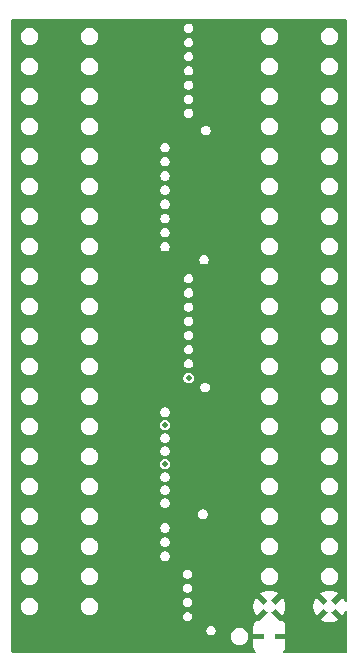
<source format=gbr>
%TF.GenerationSoftware,KiCad,Pcbnew,9.0.3*%
%TF.CreationDate,2025-07-14T16:06:07+02:00*%
%TF.ProjectId,IF-Board,49462d42-6f61-4726-942e-6b696361645f,rev?*%
%TF.SameCoordinates,Original*%
%TF.FileFunction,Copper,L3,Inr*%
%TF.FilePolarity,Positive*%
%FSLAX46Y46*%
G04 Gerber Fmt 4.6, Leading zero omitted, Abs format (unit mm)*
G04 Created by KiCad (PCBNEW 9.0.3) date 2025-07-14 16:06:07*
%MOMM*%
%LPD*%
G01*
G04 APERTURE LIST*
%TA.AperFunction,ViaPad*%
%ADD10C,0.500000*%
%TD*%
G04 APERTURE END LIST*
D10*
%TO.N,/Level Shifters & CPU Interface/PIN_28*%
X148800000Y-110850000D03*
%TO.N,/Level Shifters & CPU Interface/PIN_31*%
X148800000Y-107550000D03*
%TO.N,/Level Shifters & CPU Interface/CPU_16*%
X150800000Y-103550000D03*
%TO.N,/Level Shifters & CPU Interface/GND_I*%
X136685000Y-121640000D03*
X136685000Y-83540000D03*
X136685000Y-88620000D03*
X149600000Y-112450000D03*
X149300000Y-87050000D03*
X159545000Y-82270000D03*
X150400000Y-102900000D03*
X136685000Y-103860000D03*
X149300000Y-84650000D03*
X149600000Y-110250000D03*
X149300000Y-89450000D03*
X146900000Y-116650000D03*
X159545000Y-105130000D03*
X159545000Y-110210000D03*
X150400000Y-95750000D03*
X149600000Y-109150000D03*
X149600000Y-111350000D03*
X159545000Y-94970000D03*
X136685000Y-114020000D03*
X153372800Y-93496800D03*
X136685000Y-78460000D03*
X136685000Y-119100000D03*
X159545000Y-97510000D03*
X159545000Y-77190000D03*
X159545000Y-125450000D03*
X136685000Y-116560000D03*
X150300000Y-75750000D03*
X159545000Y-87350000D03*
X145600000Y-74550000D03*
X150400000Y-96950000D03*
X136685000Y-91160000D03*
X149200000Y-116850000D03*
X139225000Y-74650000D03*
X159545000Y-112750000D03*
X136685000Y-106400000D03*
X136685000Y-98780000D03*
X147988000Y-106250000D03*
X159545000Y-84810000D03*
X150300000Y-121950000D03*
X159545000Y-102590000D03*
X136685000Y-101320000D03*
X150300000Y-78150000D03*
X159545000Y-120370000D03*
X159545000Y-115290000D03*
X159545000Y-89890000D03*
X136685000Y-93700000D03*
X149766000Y-124942000D03*
X149300000Y-85850000D03*
X159545000Y-122910000D03*
X149200000Y-118050000D03*
X150400000Y-98150000D03*
X146900000Y-84650000D03*
X150400000Y-100500000D03*
X149300000Y-88250000D03*
X139860000Y-89509000D03*
X151900000Y-102650000D03*
X150300000Y-80550000D03*
X149300000Y-90650000D03*
X150300000Y-123150000D03*
X153350000Y-82600000D03*
X159545000Y-107670000D03*
X159545000Y-92430000D03*
X146560850Y-82710851D03*
X153118800Y-115086800D03*
X159545000Y-79730000D03*
X149600000Y-108050000D03*
X146514800Y-104317200D03*
X139850000Y-97129000D03*
X159545000Y-100050000D03*
X149300000Y-91850000D03*
X150400000Y-99300000D03*
X146900000Y-95450000D03*
X136685000Y-81000000D03*
X136685000Y-96240000D03*
X145041600Y-113766000D03*
X136685000Y-86080000D03*
X145250000Y-92650000D03*
X149600000Y-106950000D03*
X150300000Y-79350000D03*
X149600000Y-113550000D03*
X150300000Y-74550000D03*
X136685000Y-111480000D03*
X136685000Y-108940000D03*
X150300000Y-120750000D03*
X150400000Y-101750000D03*
X150300000Y-76950000D03*
X159545000Y-117830000D03*
X145600400Y-124942000D03*
%TD*%
%TA.AperFunction,Conductor*%
%TO.N,/Level Shifters & CPU Interface/GND_I*%
G36*
X164158691Y-73169407D02*
G01*
X164194655Y-73218907D01*
X164199500Y-73249500D01*
X164199500Y-122469679D01*
X164180593Y-122527870D01*
X164131093Y-122563834D01*
X164069907Y-122563834D01*
X164020407Y-122527870D01*
X164006345Y-122500272D01*
X163971095Y-122391784D01*
X163874623Y-122202446D01*
X163874619Y-122202440D01*
X163835270Y-122148282D01*
X163835269Y-122148282D01*
X163202962Y-122780589D01*
X163185925Y-122717007D01*
X163120099Y-122602993D01*
X163027007Y-122509901D01*
X162912993Y-122444075D01*
X162849407Y-122427037D01*
X163481716Y-121794729D01*
X163481716Y-121794728D01*
X163427559Y-121755380D01*
X163427553Y-121755376D01*
X163238215Y-121658904D01*
X163036121Y-121593240D01*
X162826250Y-121560000D01*
X162613750Y-121560000D01*
X162403878Y-121593240D01*
X162201784Y-121658904D01*
X162012446Y-121755376D01*
X162012442Y-121755378D01*
X161958282Y-121794728D01*
X162590591Y-122427037D01*
X162527007Y-122444075D01*
X162412993Y-122509901D01*
X162319901Y-122602993D01*
X162254075Y-122717007D01*
X162237037Y-122780591D01*
X161604728Y-122148282D01*
X161565378Y-122202442D01*
X161565376Y-122202446D01*
X161468904Y-122391784D01*
X161403240Y-122593878D01*
X161370000Y-122803749D01*
X161370000Y-123016250D01*
X161403240Y-123226121D01*
X161468904Y-123428215D01*
X161565376Y-123617553D01*
X161565380Y-123617559D01*
X161604728Y-123671716D01*
X161604729Y-123671716D01*
X162237037Y-123039407D01*
X162254075Y-123102993D01*
X162319901Y-123217007D01*
X162412993Y-123310099D01*
X162527007Y-123375925D01*
X162590589Y-123392962D01*
X161958282Y-124025269D01*
X161958282Y-124025270D01*
X162012440Y-124064619D01*
X162012446Y-124064623D01*
X162201784Y-124161095D01*
X162403878Y-124226759D01*
X162613750Y-124260000D01*
X162826250Y-124260000D01*
X163036121Y-124226759D01*
X163238215Y-124161095D01*
X163427556Y-124064620D01*
X163481716Y-124025270D01*
X162849408Y-123392962D01*
X162912993Y-123375925D01*
X163027007Y-123310099D01*
X163120099Y-123217007D01*
X163185925Y-123102993D01*
X163202962Y-123039408D01*
X163835270Y-123671716D01*
X163874620Y-123617556D01*
X163971096Y-123428213D01*
X164006345Y-123319728D01*
X164042309Y-123270228D01*
X164100500Y-123251320D01*
X164158690Y-123270227D01*
X164194654Y-123319727D01*
X164199500Y-123350320D01*
X164199500Y-126750500D01*
X164180593Y-126808691D01*
X164131093Y-126844655D01*
X164100500Y-126849500D01*
X158887739Y-126849500D01*
X158829548Y-126830593D01*
X158793584Y-126781093D01*
X158793584Y-126719907D01*
X158828410Y-126671247D01*
X158847184Y-126657192D01*
X158847192Y-126657184D01*
X158933352Y-126542090D01*
X158933353Y-126542088D01*
X158983596Y-126407381D01*
X158983598Y-126407370D01*
X158990000Y-126347824D01*
X158990000Y-125700001D01*
X158989999Y-125700000D01*
X158073012Y-125700000D01*
X158105925Y-125642993D01*
X158140000Y-125515826D01*
X158140000Y-125384174D01*
X158105925Y-125257007D01*
X158073012Y-125200000D01*
X158989999Y-125200000D01*
X158990000Y-125199999D01*
X158990000Y-124552175D01*
X158983598Y-124492629D01*
X158983596Y-124492618D01*
X158933353Y-124357911D01*
X158933352Y-124357909D01*
X158847192Y-124242815D01*
X158847184Y-124242807D01*
X158732090Y-124156647D01*
X158732088Y-124156646D01*
X158597381Y-124106403D01*
X158597370Y-124106401D01*
X158537824Y-124100000D01*
X158502933Y-124100000D01*
X158484436Y-124093990D01*
X158465051Y-124092465D01*
X158456029Y-124084760D01*
X158444742Y-124081093D01*
X158433309Y-124065357D01*
X158418523Y-124052730D01*
X158415752Y-124041193D01*
X158410741Y-124034295D01*
X157769408Y-123392962D01*
X157832993Y-123375925D01*
X157947007Y-123310099D01*
X158040099Y-123217007D01*
X158105925Y-123102993D01*
X158122962Y-123039408D01*
X158755270Y-123671716D01*
X158794620Y-123617556D01*
X158891095Y-123428215D01*
X158956759Y-123226121D01*
X158990000Y-123016250D01*
X158990000Y-122803749D01*
X158956759Y-122593878D01*
X158891095Y-122391784D01*
X158794623Y-122202446D01*
X158794619Y-122202440D01*
X158755270Y-122148282D01*
X158755269Y-122148282D01*
X158122962Y-122780589D01*
X158105925Y-122717007D01*
X158040099Y-122602993D01*
X157947007Y-122509901D01*
X157832993Y-122444075D01*
X157769407Y-122427037D01*
X158401716Y-121794729D01*
X158401716Y-121794728D01*
X158347559Y-121755380D01*
X158347553Y-121755376D01*
X158158215Y-121658904D01*
X157956121Y-121593240D01*
X157746250Y-121560000D01*
X157533750Y-121560000D01*
X157323878Y-121593240D01*
X157121784Y-121658904D01*
X156932446Y-121755376D01*
X156932442Y-121755378D01*
X156878282Y-121794728D01*
X157510591Y-122427037D01*
X157447007Y-122444075D01*
X157332993Y-122509901D01*
X157239901Y-122602993D01*
X157174075Y-122717007D01*
X157157037Y-122780591D01*
X156524728Y-122148282D01*
X156485378Y-122202442D01*
X156485376Y-122202446D01*
X156388904Y-122391784D01*
X156323240Y-122593878D01*
X156290000Y-122803749D01*
X156290000Y-123016250D01*
X156323240Y-123226121D01*
X156388904Y-123428215D01*
X156485376Y-123617553D01*
X156485380Y-123617559D01*
X156524728Y-123671716D01*
X156524729Y-123671716D01*
X157157037Y-123039407D01*
X157174075Y-123102993D01*
X157239901Y-123217007D01*
X157332993Y-123310099D01*
X157447007Y-123375925D01*
X157510589Y-123392962D01*
X156864843Y-124038707D01*
X156861479Y-124052724D01*
X156814955Y-124092463D01*
X156777066Y-124100000D01*
X156742176Y-124100000D01*
X156682629Y-124106401D01*
X156682618Y-124106403D01*
X156547911Y-124156646D01*
X156547909Y-124156647D01*
X156432815Y-124242807D01*
X156432807Y-124242815D01*
X156346647Y-124357909D01*
X156346646Y-124357911D01*
X156296403Y-124492618D01*
X156296401Y-124492629D01*
X156290000Y-124552175D01*
X156290000Y-125199999D01*
X156290001Y-125200000D01*
X157206988Y-125200000D01*
X157174075Y-125257007D01*
X157140000Y-125384174D01*
X157140000Y-125515826D01*
X157174075Y-125642993D01*
X157206988Y-125700000D01*
X156290001Y-125700000D01*
X156290000Y-125700001D01*
X156290000Y-126347824D01*
X156289999Y-126347824D01*
X156296401Y-126407370D01*
X156296403Y-126407381D01*
X156346646Y-126542088D01*
X156346647Y-126542090D01*
X156432807Y-126657184D01*
X156432815Y-126657192D01*
X156451590Y-126671247D01*
X156486843Y-126721255D01*
X156485969Y-126782435D01*
X156449302Y-126831416D01*
X156392261Y-126849500D01*
X135899500Y-126849500D01*
X135841309Y-126830593D01*
X135805345Y-126781093D01*
X135800500Y-126750500D01*
X135800500Y-125376081D01*
X154349500Y-125376081D01*
X154349500Y-125523918D01*
X154378342Y-125668914D01*
X154434915Y-125805493D01*
X154434916Y-125805495D01*
X154517049Y-125928416D01*
X154621584Y-126032951D01*
X154744505Y-126115084D01*
X154881087Y-126171658D01*
X155026082Y-126200500D01*
X155026083Y-126200500D01*
X155173917Y-126200500D01*
X155173918Y-126200500D01*
X155318913Y-126171658D01*
X155455495Y-126115084D01*
X155578416Y-126032951D01*
X155682951Y-125928416D01*
X155765084Y-125805495D01*
X155821658Y-125668913D01*
X155850500Y-125523918D01*
X155850500Y-125376082D01*
X155821658Y-125231087D01*
X155765084Y-125094505D01*
X155682951Y-124971584D01*
X155578416Y-124867049D01*
X155455495Y-124784916D01*
X155455493Y-124784915D01*
X155318914Y-124728342D01*
X155173918Y-124699500D01*
X155026082Y-124699500D01*
X155026081Y-124699500D01*
X154881085Y-124728342D01*
X154744506Y-124784915D01*
X154621585Y-124867048D01*
X154517048Y-124971585D01*
X154434915Y-125094506D01*
X154378342Y-125231085D01*
X154349500Y-125376081D01*
X135800500Y-125376081D01*
X135800500Y-124889273D01*
X152286500Y-124889273D01*
X152286500Y-124994727D01*
X152313793Y-125096587D01*
X152313794Y-125096589D01*
X152313794Y-125096590D01*
X152340585Y-125142993D01*
X152366520Y-125187913D01*
X152441087Y-125262480D01*
X152532413Y-125315207D01*
X152634273Y-125342500D01*
X152634275Y-125342500D01*
X152739725Y-125342500D01*
X152739727Y-125342500D01*
X152841587Y-125315207D01*
X152932913Y-125262480D01*
X153007480Y-125187913D01*
X153060207Y-125096587D01*
X153087500Y-124994727D01*
X153087500Y-124889273D01*
X153060207Y-124787413D01*
X153058765Y-124784916D01*
X153007481Y-124696089D01*
X153007480Y-124696087D01*
X152932913Y-124621520D01*
X152841587Y-124568793D01*
X152739727Y-124541500D01*
X152634273Y-124541500D01*
X152532413Y-124568793D01*
X152532412Y-124568793D01*
X152532410Y-124568794D01*
X152532409Y-124568794D01*
X152441089Y-124621518D01*
X152366518Y-124696089D01*
X152313794Y-124787409D01*
X152313794Y-124787410D01*
X152313793Y-124787412D01*
X152313793Y-124787413D01*
X152286500Y-124889273D01*
X135800500Y-124889273D01*
X135800500Y-123697273D01*
X150299500Y-123697273D01*
X150299500Y-123802727D01*
X150326793Y-123904587D01*
X150326794Y-123904589D01*
X150326794Y-123904590D01*
X150379518Y-123995910D01*
X150379520Y-123995913D01*
X150454087Y-124070480D01*
X150545413Y-124123207D01*
X150647273Y-124150500D01*
X150647275Y-124150500D01*
X150752725Y-124150500D01*
X150752727Y-124150500D01*
X150854587Y-124123207D01*
X150945913Y-124070480D01*
X151020480Y-123995913D01*
X151073207Y-123904587D01*
X151100500Y-123802727D01*
X151100500Y-123697273D01*
X151073207Y-123595413D01*
X151061469Y-123575083D01*
X151020481Y-123504089D01*
X151020480Y-123504087D01*
X150945913Y-123429520D01*
X150943649Y-123428213D01*
X150854589Y-123376794D01*
X150854588Y-123376793D01*
X150854587Y-123376793D01*
X150752727Y-123349500D01*
X150647273Y-123349500D01*
X150545413Y-123376793D01*
X150545412Y-123376793D01*
X150545410Y-123376794D01*
X150545409Y-123376794D01*
X150454089Y-123429518D01*
X150379518Y-123504089D01*
X150326794Y-123595409D01*
X150326794Y-123595410D01*
X150326793Y-123595412D01*
X150326793Y-123595413D01*
X150299500Y-123697273D01*
X135800500Y-123697273D01*
X135800500Y-122836081D01*
X136569500Y-122836081D01*
X136569500Y-122983918D01*
X136598342Y-123128914D01*
X136654915Y-123265493D01*
X136654916Y-123265495D01*
X136737049Y-123388416D01*
X136841584Y-123492951D01*
X136964505Y-123575084D01*
X137101087Y-123631658D01*
X137246082Y-123660500D01*
X137246083Y-123660500D01*
X137393917Y-123660500D01*
X137393918Y-123660500D01*
X137538913Y-123631658D01*
X137675495Y-123575084D01*
X137798416Y-123492951D01*
X137902951Y-123388416D01*
X137985084Y-123265495D01*
X138041658Y-123128913D01*
X138070500Y-122983918D01*
X138070500Y-122836082D01*
X138070500Y-122836081D01*
X141649500Y-122836081D01*
X141649500Y-122983918D01*
X141678342Y-123128914D01*
X141734915Y-123265493D01*
X141734916Y-123265495D01*
X141817049Y-123388416D01*
X141921584Y-123492951D01*
X142044505Y-123575084D01*
X142181087Y-123631658D01*
X142326082Y-123660500D01*
X142326083Y-123660500D01*
X142473917Y-123660500D01*
X142473918Y-123660500D01*
X142618913Y-123631658D01*
X142755495Y-123575084D01*
X142878416Y-123492951D01*
X142982951Y-123388416D01*
X143065084Y-123265495D01*
X143121658Y-123128913D01*
X143150500Y-122983918D01*
X143150500Y-122836082D01*
X143121658Y-122691087D01*
X143065084Y-122554505D01*
X143026843Y-122497273D01*
X150299500Y-122497273D01*
X150299500Y-122602727D01*
X150323176Y-122691087D01*
X150326794Y-122704589D01*
X150326794Y-122704590D01*
X150353222Y-122750364D01*
X150379520Y-122795913D01*
X150454087Y-122870480D01*
X150545413Y-122923207D01*
X150647273Y-122950500D01*
X150647275Y-122950500D01*
X150752725Y-122950500D01*
X150752727Y-122950500D01*
X150854587Y-122923207D01*
X150945913Y-122870480D01*
X151020480Y-122795913D01*
X151073207Y-122704587D01*
X151100500Y-122602727D01*
X151100500Y-122497273D01*
X151073207Y-122395413D01*
X151020480Y-122304087D01*
X150945913Y-122229520D01*
X150899019Y-122202446D01*
X150854589Y-122176794D01*
X150854588Y-122176793D01*
X150854587Y-122176793D01*
X150752727Y-122149500D01*
X150647273Y-122149500D01*
X150545413Y-122176793D01*
X150545412Y-122176793D01*
X150545410Y-122176794D01*
X150545409Y-122176794D01*
X150454089Y-122229518D01*
X150379518Y-122304089D01*
X150326794Y-122395409D01*
X150326794Y-122395410D01*
X150326793Y-122395412D01*
X150326793Y-122395413D01*
X150299500Y-122497273D01*
X143026843Y-122497273D01*
X142982951Y-122431584D01*
X142878416Y-122327049D01*
X142755495Y-122244916D01*
X142718321Y-122229518D01*
X142618914Y-122188342D01*
X142473918Y-122159500D01*
X142326082Y-122159500D01*
X142326081Y-122159500D01*
X142181085Y-122188342D01*
X142044506Y-122244915D01*
X141921585Y-122327048D01*
X141817048Y-122431585D01*
X141734915Y-122554506D01*
X141678342Y-122691085D01*
X141649500Y-122836081D01*
X138070500Y-122836081D01*
X138041658Y-122691087D01*
X137985084Y-122554505D01*
X137902951Y-122431584D01*
X137798416Y-122327049D01*
X137675495Y-122244916D01*
X137638321Y-122229518D01*
X137538914Y-122188342D01*
X137393918Y-122159500D01*
X137246082Y-122159500D01*
X137246081Y-122159500D01*
X137101085Y-122188342D01*
X136964506Y-122244915D01*
X136841585Y-122327048D01*
X136737048Y-122431585D01*
X136654915Y-122554506D01*
X136598342Y-122691085D01*
X136569500Y-122836081D01*
X135800500Y-122836081D01*
X135800500Y-121297273D01*
X150299500Y-121297273D01*
X150299500Y-121402727D01*
X150326793Y-121504587D01*
X150326794Y-121504589D01*
X150326794Y-121504590D01*
X150379518Y-121595910D01*
X150379520Y-121595913D01*
X150454087Y-121670480D01*
X150545413Y-121723207D01*
X150647273Y-121750500D01*
X150647275Y-121750500D01*
X150752725Y-121750500D01*
X150752727Y-121750500D01*
X150854587Y-121723207D01*
X150945913Y-121670480D01*
X151020480Y-121595913D01*
X151073207Y-121504587D01*
X151100500Y-121402727D01*
X151100500Y-121297273D01*
X151073207Y-121195413D01*
X151020480Y-121104087D01*
X150945913Y-121029520D01*
X150854587Y-120976793D01*
X150752727Y-120949500D01*
X150647273Y-120949500D01*
X150545413Y-120976793D01*
X150545412Y-120976793D01*
X150545410Y-120976794D01*
X150545409Y-120976794D01*
X150454089Y-121029518D01*
X150379518Y-121104089D01*
X150326794Y-121195409D01*
X150326794Y-121195410D01*
X150326793Y-121195412D01*
X150326793Y-121195413D01*
X150299500Y-121297273D01*
X135800500Y-121297273D01*
X135800500Y-120296081D01*
X136569500Y-120296081D01*
X136569500Y-120443918D01*
X136585271Y-120523205D01*
X136598342Y-120588913D01*
X136654916Y-120725495D01*
X136737049Y-120848416D01*
X136841584Y-120952951D01*
X136964505Y-121035084D01*
X137101087Y-121091658D01*
X137246082Y-121120500D01*
X137246083Y-121120500D01*
X137393917Y-121120500D01*
X137393918Y-121120500D01*
X137538913Y-121091658D01*
X137675495Y-121035084D01*
X137798416Y-120952951D01*
X137902951Y-120848416D01*
X137985084Y-120725495D01*
X138041658Y-120588913D01*
X138070500Y-120443918D01*
X138070500Y-120296082D01*
X138070500Y-120296081D01*
X141649500Y-120296081D01*
X141649500Y-120443918D01*
X141665271Y-120523205D01*
X141678342Y-120588913D01*
X141734916Y-120725495D01*
X141817049Y-120848416D01*
X141921584Y-120952951D01*
X142044505Y-121035084D01*
X142181087Y-121091658D01*
X142326082Y-121120500D01*
X142326083Y-121120500D01*
X142473917Y-121120500D01*
X142473918Y-121120500D01*
X142618913Y-121091658D01*
X142755495Y-121035084D01*
X142878416Y-120952951D01*
X142982951Y-120848416D01*
X143065084Y-120725495D01*
X143121658Y-120588913D01*
X143150500Y-120443918D01*
X143150500Y-120296082D01*
X143121658Y-120151087D01*
X143099368Y-120097273D01*
X150299500Y-120097273D01*
X150299500Y-120202727D01*
X150326793Y-120304587D01*
X150326794Y-120304589D01*
X150326794Y-120304590D01*
X150379518Y-120395910D01*
X150379520Y-120395913D01*
X150454087Y-120470480D01*
X150545413Y-120523207D01*
X150647273Y-120550500D01*
X150647275Y-120550500D01*
X150752725Y-120550500D01*
X150752727Y-120550500D01*
X150854587Y-120523207D01*
X150945913Y-120470480D01*
X151020480Y-120395913D01*
X151073207Y-120304587D01*
X151075486Y-120296081D01*
X156889500Y-120296081D01*
X156889500Y-120443918D01*
X156905271Y-120523205D01*
X156918342Y-120588913D01*
X156974916Y-120725495D01*
X157057049Y-120848416D01*
X157161584Y-120952951D01*
X157284505Y-121035084D01*
X157421087Y-121091658D01*
X157566082Y-121120500D01*
X157566083Y-121120500D01*
X157713917Y-121120500D01*
X157713918Y-121120500D01*
X157858913Y-121091658D01*
X157995495Y-121035084D01*
X158118416Y-120952951D01*
X158222951Y-120848416D01*
X158305084Y-120725495D01*
X158361658Y-120588913D01*
X158390500Y-120443918D01*
X158390500Y-120296082D01*
X158390500Y-120296081D01*
X161969500Y-120296081D01*
X161969500Y-120443918D01*
X161985271Y-120523205D01*
X161998342Y-120588913D01*
X162054916Y-120725495D01*
X162137049Y-120848416D01*
X162241584Y-120952951D01*
X162364505Y-121035084D01*
X162501087Y-121091658D01*
X162646082Y-121120500D01*
X162646083Y-121120500D01*
X162793917Y-121120500D01*
X162793918Y-121120500D01*
X162938913Y-121091658D01*
X163075495Y-121035084D01*
X163198416Y-120952951D01*
X163302951Y-120848416D01*
X163385084Y-120725495D01*
X163441658Y-120588913D01*
X163470500Y-120443918D01*
X163470500Y-120296082D01*
X163441658Y-120151087D01*
X163385084Y-120014505D01*
X163302951Y-119891584D01*
X163198416Y-119787049D01*
X163075495Y-119704916D01*
X163075493Y-119704915D01*
X162938914Y-119648342D01*
X162793918Y-119619500D01*
X162646082Y-119619500D01*
X162646081Y-119619500D01*
X162501085Y-119648342D01*
X162364506Y-119704915D01*
X162241585Y-119787048D01*
X162137048Y-119891585D01*
X162054915Y-120014506D01*
X161998342Y-120151085D01*
X161969500Y-120296081D01*
X158390500Y-120296081D01*
X158361658Y-120151087D01*
X158305084Y-120014505D01*
X158222951Y-119891584D01*
X158118416Y-119787049D01*
X157995495Y-119704916D01*
X157995493Y-119704915D01*
X157858914Y-119648342D01*
X157713918Y-119619500D01*
X157566082Y-119619500D01*
X157566081Y-119619500D01*
X157421085Y-119648342D01*
X157284506Y-119704915D01*
X157161585Y-119787048D01*
X157057048Y-119891585D01*
X156974915Y-120014506D01*
X156918342Y-120151085D01*
X156889500Y-120296081D01*
X151075486Y-120296081D01*
X151100500Y-120202727D01*
X151100500Y-120097273D01*
X151073207Y-119995413D01*
X151020480Y-119904087D01*
X150945913Y-119829520D01*
X150872349Y-119787048D01*
X150854589Y-119776794D01*
X150854588Y-119776793D01*
X150854587Y-119776793D01*
X150752727Y-119749500D01*
X150647273Y-119749500D01*
X150545413Y-119776793D01*
X150545412Y-119776793D01*
X150545410Y-119776794D01*
X150545409Y-119776794D01*
X150454089Y-119829518D01*
X150379518Y-119904089D01*
X150326794Y-119995409D01*
X150326794Y-119995410D01*
X150326793Y-119995412D01*
X150326793Y-119995413D01*
X150299500Y-120097273D01*
X143099368Y-120097273D01*
X143065084Y-120014505D01*
X142982951Y-119891584D01*
X142878416Y-119787049D01*
X142755495Y-119704916D01*
X142755493Y-119704915D01*
X142618914Y-119648342D01*
X142473918Y-119619500D01*
X142326082Y-119619500D01*
X142326081Y-119619500D01*
X142181085Y-119648342D01*
X142044506Y-119704915D01*
X141921585Y-119787048D01*
X141817048Y-119891585D01*
X141734915Y-120014506D01*
X141678342Y-120151085D01*
X141649500Y-120296081D01*
X138070500Y-120296081D01*
X138041658Y-120151087D01*
X137985084Y-120014505D01*
X137902951Y-119891584D01*
X137798416Y-119787049D01*
X137675495Y-119704916D01*
X137675493Y-119704915D01*
X137538914Y-119648342D01*
X137393918Y-119619500D01*
X137246082Y-119619500D01*
X137246081Y-119619500D01*
X137101085Y-119648342D01*
X136964506Y-119704915D01*
X136841585Y-119787048D01*
X136737048Y-119891585D01*
X136654915Y-120014506D01*
X136598342Y-120151085D01*
X136569500Y-120296081D01*
X135800500Y-120296081D01*
X135800500Y-118597273D01*
X148399500Y-118597273D01*
X148399500Y-118702727D01*
X148426793Y-118804587D01*
X148426794Y-118804589D01*
X148426794Y-118804590D01*
X148479518Y-118895910D01*
X148479520Y-118895913D01*
X148554087Y-118970480D01*
X148645413Y-119023207D01*
X148747273Y-119050500D01*
X148747275Y-119050500D01*
X148852725Y-119050500D01*
X148852727Y-119050500D01*
X148954587Y-119023207D01*
X149045913Y-118970480D01*
X149120480Y-118895913D01*
X149173207Y-118804587D01*
X149200500Y-118702727D01*
X149200500Y-118597273D01*
X149173207Y-118495413D01*
X149173016Y-118495083D01*
X149120481Y-118404089D01*
X149120480Y-118404087D01*
X149045913Y-118329520D01*
X149009356Y-118308414D01*
X148954589Y-118276794D01*
X148954588Y-118276793D01*
X148954587Y-118276793D01*
X148852727Y-118249500D01*
X148747273Y-118249500D01*
X148645413Y-118276793D01*
X148645412Y-118276793D01*
X148645410Y-118276794D01*
X148645409Y-118276794D01*
X148554089Y-118329518D01*
X148479518Y-118404089D01*
X148426794Y-118495409D01*
X148426794Y-118495410D01*
X148426793Y-118495412D01*
X148426793Y-118495413D01*
X148399500Y-118597273D01*
X135800500Y-118597273D01*
X135800500Y-117756081D01*
X136569500Y-117756081D01*
X136569500Y-117756082D01*
X136569500Y-117903918D01*
X136598342Y-118048913D01*
X136654916Y-118185495D01*
X136737049Y-118308416D01*
X136841584Y-118412951D01*
X136964505Y-118495084D01*
X137101087Y-118551658D01*
X137246082Y-118580500D01*
X137246083Y-118580500D01*
X137393917Y-118580500D01*
X137393918Y-118580500D01*
X137538913Y-118551658D01*
X137675495Y-118495084D01*
X137798416Y-118412951D01*
X137902951Y-118308416D01*
X137985084Y-118185495D01*
X138041658Y-118048913D01*
X138070500Y-117903918D01*
X138070500Y-117756082D01*
X138070500Y-117756081D01*
X141649500Y-117756081D01*
X141649500Y-117756082D01*
X141649500Y-117903918D01*
X141678342Y-118048913D01*
X141734916Y-118185495D01*
X141817049Y-118308416D01*
X141921584Y-118412951D01*
X142044505Y-118495084D01*
X142181087Y-118551658D01*
X142326082Y-118580500D01*
X142326083Y-118580500D01*
X142473917Y-118580500D01*
X142473918Y-118580500D01*
X142618913Y-118551658D01*
X142755495Y-118495084D01*
X142878416Y-118412951D01*
X142982951Y-118308416D01*
X143065084Y-118185495D01*
X143121658Y-118048913D01*
X143150500Y-117903918D01*
X143150500Y-117756082D01*
X143121658Y-117611087D01*
X143065084Y-117474505D01*
X143013479Y-117397273D01*
X148399500Y-117397273D01*
X148399500Y-117502727D01*
X148426793Y-117604587D01*
X148426794Y-117604589D01*
X148426794Y-117604590D01*
X148479518Y-117695910D01*
X148479520Y-117695913D01*
X148554087Y-117770480D01*
X148645413Y-117823207D01*
X148747273Y-117850500D01*
X148747275Y-117850500D01*
X148852725Y-117850500D01*
X148852727Y-117850500D01*
X148954587Y-117823207D01*
X149045913Y-117770480D01*
X149060312Y-117756081D01*
X156889500Y-117756081D01*
X156889500Y-117756082D01*
X156889500Y-117903918D01*
X156918342Y-118048913D01*
X156974916Y-118185495D01*
X157057049Y-118308416D01*
X157161584Y-118412951D01*
X157284505Y-118495084D01*
X157421087Y-118551658D01*
X157566082Y-118580500D01*
X157566083Y-118580500D01*
X157713917Y-118580500D01*
X157713918Y-118580500D01*
X157858913Y-118551658D01*
X157995495Y-118495084D01*
X158118416Y-118412951D01*
X158222951Y-118308416D01*
X158305084Y-118185495D01*
X158361658Y-118048913D01*
X158390500Y-117903918D01*
X158390500Y-117756082D01*
X158390500Y-117756081D01*
X161969500Y-117756081D01*
X161969500Y-117756082D01*
X161969500Y-117903918D01*
X161998342Y-118048913D01*
X162054916Y-118185495D01*
X162137049Y-118308416D01*
X162241584Y-118412951D01*
X162364505Y-118495084D01*
X162501087Y-118551658D01*
X162646082Y-118580500D01*
X162646083Y-118580500D01*
X162793917Y-118580500D01*
X162793918Y-118580500D01*
X162938913Y-118551658D01*
X163075495Y-118495084D01*
X163198416Y-118412951D01*
X163302951Y-118308416D01*
X163385084Y-118185495D01*
X163441658Y-118048913D01*
X163470500Y-117903918D01*
X163470500Y-117756082D01*
X163441658Y-117611087D01*
X163385084Y-117474505D01*
X163302951Y-117351584D01*
X163198416Y-117247049D01*
X163075495Y-117164916D01*
X163075493Y-117164915D01*
X162938914Y-117108342D01*
X162793918Y-117079500D01*
X162646082Y-117079500D01*
X162646081Y-117079500D01*
X162501085Y-117108342D01*
X162364506Y-117164915D01*
X162241585Y-117247048D01*
X162137048Y-117351585D01*
X162054915Y-117474506D01*
X161998342Y-117611085D01*
X161969500Y-117756081D01*
X158390500Y-117756081D01*
X158361658Y-117611087D01*
X158305084Y-117474505D01*
X158222951Y-117351584D01*
X158118416Y-117247049D01*
X157995495Y-117164916D01*
X157995493Y-117164915D01*
X157858914Y-117108342D01*
X157713918Y-117079500D01*
X157566082Y-117079500D01*
X157566081Y-117079500D01*
X157421085Y-117108342D01*
X157284506Y-117164915D01*
X157161585Y-117247048D01*
X157057048Y-117351585D01*
X156974915Y-117474506D01*
X156918342Y-117611085D01*
X156889500Y-117756081D01*
X149060312Y-117756081D01*
X149120480Y-117695913D01*
X149173207Y-117604587D01*
X149200500Y-117502727D01*
X149200500Y-117397273D01*
X149173207Y-117295413D01*
X149120480Y-117204087D01*
X149045913Y-117129520D01*
X148954587Y-117076793D01*
X148852727Y-117049500D01*
X148747273Y-117049500D01*
X148645413Y-117076793D01*
X148645412Y-117076793D01*
X148645410Y-117076794D01*
X148645409Y-117076794D01*
X148554089Y-117129518D01*
X148479518Y-117204089D01*
X148426794Y-117295409D01*
X148426794Y-117295410D01*
X148426793Y-117295412D01*
X148426793Y-117295413D01*
X148399500Y-117397273D01*
X143013479Y-117397273D01*
X142982951Y-117351584D01*
X142878416Y-117247049D01*
X142755495Y-117164916D01*
X142755493Y-117164915D01*
X142618914Y-117108342D01*
X142473918Y-117079500D01*
X142326082Y-117079500D01*
X142326081Y-117079500D01*
X142181085Y-117108342D01*
X142044506Y-117164915D01*
X141921585Y-117247048D01*
X141817048Y-117351585D01*
X141734915Y-117474506D01*
X141678342Y-117611085D01*
X141649500Y-117756081D01*
X138070500Y-117756081D01*
X138041658Y-117611087D01*
X137985084Y-117474505D01*
X137902951Y-117351584D01*
X137798416Y-117247049D01*
X137675495Y-117164916D01*
X137675493Y-117164915D01*
X137538914Y-117108342D01*
X137393918Y-117079500D01*
X137246082Y-117079500D01*
X137246081Y-117079500D01*
X137101085Y-117108342D01*
X136964506Y-117164915D01*
X136841585Y-117247048D01*
X136737048Y-117351585D01*
X136654915Y-117474506D01*
X136598342Y-117611085D01*
X136569500Y-117756081D01*
X135800500Y-117756081D01*
X135800500Y-116197273D01*
X148399500Y-116197273D01*
X148399500Y-116302727D01*
X148426793Y-116404587D01*
X148426794Y-116404589D01*
X148426794Y-116404590D01*
X148479518Y-116495910D01*
X148479520Y-116495913D01*
X148554087Y-116570480D01*
X148645413Y-116623207D01*
X148747273Y-116650500D01*
X148747275Y-116650500D01*
X148852725Y-116650500D01*
X148852727Y-116650500D01*
X148954587Y-116623207D01*
X149045913Y-116570480D01*
X149120480Y-116495913D01*
X149173207Y-116404587D01*
X149200500Y-116302727D01*
X149200500Y-116197273D01*
X149173207Y-116095413D01*
X149120480Y-116004087D01*
X149045913Y-115929520D01*
X148954587Y-115876793D01*
X148852727Y-115849500D01*
X148747273Y-115849500D01*
X148645413Y-115876793D01*
X148645412Y-115876793D01*
X148645410Y-115876794D01*
X148645409Y-115876794D01*
X148554089Y-115929518D01*
X148479518Y-116004089D01*
X148426794Y-116095409D01*
X148426794Y-116095410D01*
X148426793Y-116095412D01*
X148426793Y-116095413D01*
X148399500Y-116197273D01*
X135800500Y-116197273D01*
X135800500Y-115216082D01*
X136569500Y-115216082D01*
X136569500Y-115363918D01*
X136598342Y-115508913D01*
X136654916Y-115645495D01*
X136737049Y-115768416D01*
X136841584Y-115872951D01*
X136964505Y-115955084D01*
X137101087Y-116011658D01*
X137246082Y-116040500D01*
X137246083Y-116040500D01*
X137393917Y-116040500D01*
X137393918Y-116040500D01*
X137538913Y-116011658D01*
X137675495Y-115955084D01*
X137798416Y-115872951D01*
X137902951Y-115768416D01*
X137985084Y-115645495D01*
X138041658Y-115508913D01*
X138070500Y-115363918D01*
X138070500Y-115216082D01*
X141649500Y-115216082D01*
X141649500Y-115363918D01*
X141678342Y-115508913D01*
X141734916Y-115645495D01*
X141817049Y-115768416D01*
X141921584Y-115872951D01*
X142044505Y-115955084D01*
X142181087Y-116011658D01*
X142326082Y-116040500D01*
X142326083Y-116040500D01*
X142473917Y-116040500D01*
X142473918Y-116040500D01*
X142618913Y-116011658D01*
X142755495Y-115955084D01*
X142878416Y-115872951D01*
X142982951Y-115768416D01*
X143065084Y-115645495D01*
X143121658Y-115508913D01*
X143150500Y-115363918D01*
X143150500Y-115216082D01*
X143121658Y-115071087D01*
X143106326Y-115034073D01*
X151599500Y-115034073D01*
X151599500Y-115139527D01*
X151620013Y-115216082D01*
X151626794Y-115241389D01*
X151626794Y-115241390D01*
X151679518Y-115332710D01*
X151679520Y-115332713D01*
X151754087Y-115407280D01*
X151845413Y-115460007D01*
X151947273Y-115487300D01*
X151947275Y-115487300D01*
X152052725Y-115487300D01*
X152052727Y-115487300D01*
X152154587Y-115460007D01*
X152245913Y-115407280D01*
X152320480Y-115332713D01*
X152373207Y-115241387D01*
X152379987Y-115216082D01*
X156889500Y-115216082D01*
X156889500Y-115363918D01*
X156918342Y-115508913D01*
X156974916Y-115645495D01*
X157057049Y-115768416D01*
X157161584Y-115872951D01*
X157284505Y-115955084D01*
X157421087Y-116011658D01*
X157566082Y-116040500D01*
X157566083Y-116040500D01*
X157713917Y-116040500D01*
X157713918Y-116040500D01*
X157858913Y-116011658D01*
X157995495Y-115955084D01*
X158118416Y-115872951D01*
X158222951Y-115768416D01*
X158305084Y-115645495D01*
X158361658Y-115508913D01*
X158390500Y-115363918D01*
X158390500Y-115216082D01*
X161969500Y-115216082D01*
X161969500Y-115363918D01*
X161998342Y-115508913D01*
X162054916Y-115645495D01*
X162137049Y-115768416D01*
X162241584Y-115872951D01*
X162364505Y-115955084D01*
X162501087Y-116011658D01*
X162646082Y-116040500D01*
X162646083Y-116040500D01*
X162793917Y-116040500D01*
X162793918Y-116040500D01*
X162938913Y-116011658D01*
X163075495Y-115955084D01*
X163198416Y-115872951D01*
X163302951Y-115768416D01*
X163385084Y-115645495D01*
X163441658Y-115508913D01*
X163470500Y-115363918D01*
X163470500Y-115216082D01*
X163441658Y-115071087D01*
X163385084Y-114934505D01*
X163302951Y-114811584D01*
X163198416Y-114707049D01*
X163075495Y-114624916D01*
X163075493Y-114624915D01*
X162938914Y-114568342D01*
X162793918Y-114539500D01*
X162646082Y-114539500D01*
X162646081Y-114539500D01*
X162501085Y-114568342D01*
X162364506Y-114624915D01*
X162241585Y-114707048D01*
X162137048Y-114811585D01*
X162054915Y-114934506D01*
X161998342Y-115071085D01*
X161975564Y-115185595D01*
X161969500Y-115216082D01*
X158390500Y-115216082D01*
X158361658Y-115071087D01*
X158305084Y-114934505D01*
X158222951Y-114811584D01*
X158118416Y-114707049D01*
X157995495Y-114624916D01*
X157995493Y-114624915D01*
X157858914Y-114568342D01*
X157713918Y-114539500D01*
X157566082Y-114539500D01*
X157566081Y-114539500D01*
X157421085Y-114568342D01*
X157284506Y-114624915D01*
X157161585Y-114707048D01*
X157057048Y-114811585D01*
X156974915Y-114934506D01*
X156918342Y-115071085D01*
X156895564Y-115185595D01*
X156889500Y-115216082D01*
X152379987Y-115216082D01*
X152400500Y-115139527D01*
X152400500Y-115034073D01*
X152373207Y-114932213D01*
X152320480Y-114840887D01*
X152245913Y-114766320D01*
X152154587Y-114713593D01*
X152052727Y-114686300D01*
X151947273Y-114686300D01*
X151845413Y-114713593D01*
X151845412Y-114713593D01*
X151845410Y-114713594D01*
X151845409Y-114713594D01*
X151754089Y-114766318D01*
X151679518Y-114840889D01*
X151626794Y-114932209D01*
X151626794Y-114932210D01*
X151626793Y-114932212D01*
X151626793Y-114932213D01*
X151599500Y-115034073D01*
X143106326Y-115034073D01*
X143065084Y-114934505D01*
X142982951Y-114811584D01*
X142878416Y-114707049D01*
X142755495Y-114624916D01*
X142755493Y-114624915D01*
X142618914Y-114568342D01*
X142473918Y-114539500D01*
X142326082Y-114539500D01*
X142326081Y-114539500D01*
X142181085Y-114568342D01*
X142044506Y-114624915D01*
X141921585Y-114707048D01*
X141817048Y-114811585D01*
X141734915Y-114934506D01*
X141678342Y-115071085D01*
X141655564Y-115185595D01*
X141649500Y-115216082D01*
X138070500Y-115216082D01*
X138041658Y-115071087D01*
X137985084Y-114934505D01*
X137902951Y-114811584D01*
X137798416Y-114707049D01*
X137675495Y-114624916D01*
X137675493Y-114624915D01*
X137538914Y-114568342D01*
X137393918Y-114539500D01*
X137246082Y-114539500D01*
X137246081Y-114539500D01*
X137101085Y-114568342D01*
X136964506Y-114624915D01*
X136841585Y-114707048D01*
X136737048Y-114811585D01*
X136654915Y-114934506D01*
X136598342Y-115071085D01*
X136575564Y-115185595D01*
X136569500Y-115216082D01*
X135800500Y-115216082D01*
X135800500Y-114097273D01*
X148399500Y-114097273D01*
X148399500Y-114202727D01*
X148426793Y-114304587D01*
X148426794Y-114304589D01*
X148426794Y-114304590D01*
X148479518Y-114395910D01*
X148479520Y-114395913D01*
X148554087Y-114470480D01*
X148645413Y-114523207D01*
X148747273Y-114550500D01*
X148747275Y-114550500D01*
X148852725Y-114550500D01*
X148852727Y-114550500D01*
X148954587Y-114523207D01*
X149045913Y-114470480D01*
X149120480Y-114395913D01*
X149173207Y-114304587D01*
X149200500Y-114202727D01*
X149200500Y-114097273D01*
X149173207Y-113995413D01*
X149120480Y-113904087D01*
X149045913Y-113829520D01*
X148954587Y-113776793D01*
X148852727Y-113749500D01*
X148747273Y-113749500D01*
X148645413Y-113776793D01*
X148645412Y-113776793D01*
X148645410Y-113776794D01*
X148645409Y-113776794D01*
X148554089Y-113829518D01*
X148479518Y-113904089D01*
X148426794Y-113995409D01*
X148426794Y-113995410D01*
X148426793Y-113995412D01*
X148426793Y-113995413D01*
X148399500Y-114097273D01*
X135800500Y-114097273D01*
X135800500Y-112676081D01*
X136569500Y-112676081D01*
X136569500Y-112823918D01*
X136598342Y-112968914D01*
X136653769Y-113102727D01*
X136654916Y-113105495D01*
X136737049Y-113228416D01*
X136841584Y-113332951D01*
X136964505Y-113415084D01*
X137101087Y-113471658D01*
X137246082Y-113500500D01*
X137246083Y-113500500D01*
X137393917Y-113500500D01*
X137393918Y-113500500D01*
X137538913Y-113471658D01*
X137675495Y-113415084D01*
X137798416Y-113332951D01*
X137902951Y-113228416D01*
X137985084Y-113105495D01*
X138041658Y-112968913D01*
X138070500Y-112823918D01*
X138070500Y-112676082D01*
X138070500Y-112676081D01*
X141649500Y-112676081D01*
X141649500Y-112823918D01*
X141678342Y-112968914D01*
X141733769Y-113102727D01*
X141734916Y-113105495D01*
X141817049Y-113228416D01*
X141921584Y-113332951D01*
X142044505Y-113415084D01*
X142181087Y-113471658D01*
X142326082Y-113500500D01*
X142326083Y-113500500D01*
X142473917Y-113500500D01*
X142473918Y-113500500D01*
X142618913Y-113471658D01*
X142755495Y-113415084D01*
X142878416Y-113332951D01*
X142982951Y-113228416D01*
X143065084Y-113105495D01*
X143109911Y-112997273D01*
X148399500Y-112997273D01*
X148399500Y-113102727D01*
X148400242Y-113105495D01*
X148426794Y-113204589D01*
X148426794Y-113204590D01*
X148479518Y-113295910D01*
X148479520Y-113295913D01*
X148554087Y-113370480D01*
X148645413Y-113423207D01*
X148747273Y-113450500D01*
X148747275Y-113450500D01*
X148852725Y-113450500D01*
X148852727Y-113450500D01*
X148954587Y-113423207D01*
X149045913Y-113370480D01*
X149120480Y-113295913D01*
X149173207Y-113204587D01*
X149200500Y-113102727D01*
X149200500Y-112997273D01*
X149173207Y-112895413D01*
X149120480Y-112804087D01*
X149045913Y-112729520D01*
X148954587Y-112676793D01*
X148951930Y-112676081D01*
X156889500Y-112676081D01*
X156889500Y-112823918D01*
X156918342Y-112968914D01*
X156973769Y-113102727D01*
X156974916Y-113105495D01*
X157057049Y-113228416D01*
X157161584Y-113332951D01*
X157284505Y-113415084D01*
X157421087Y-113471658D01*
X157566082Y-113500500D01*
X157566083Y-113500500D01*
X157713917Y-113500500D01*
X157713918Y-113500500D01*
X157858913Y-113471658D01*
X157995495Y-113415084D01*
X158118416Y-113332951D01*
X158222951Y-113228416D01*
X158305084Y-113105495D01*
X158361658Y-112968913D01*
X158390500Y-112823918D01*
X158390500Y-112676082D01*
X158390500Y-112676081D01*
X161969500Y-112676081D01*
X161969500Y-112823918D01*
X161998342Y-112968914D01*
X162053769Y-113102727D01*
X162054916Y-113105495D01*
X162137049Y-113228416D01*
X162241584Y-113332951D01*
X162364505Y-113415084D01*
X162501087Y-113471658D01*
X162646082Y-113500500D01*
X162646083Y-113500500D01*
X162793917Y-113500500D01*
X162793918Y-113500500D01*
X162938913Y-113471658D01*
X163075495Y-113415084D01*
X163198416Y-113332951D01*
X163302951Y-113228416D01*
X163385084Y-113105495D01*
X163441658Y-112968913D01*
X163470500Y-112823918D01*
X163470500Y-112676082D01*
X163441658Y-112531087D01*
X163385084Y-112394505D01*
X163302951Y-112271584D01*
X163198416Y-112167049D01*
X163075495Y-112084916D01*
X163075493Y-112084915D01*
X162938914Y-112028342D01*
X162793918Y-111999500D01*
X162646082Y-111999500D01*
X162646081Y-111999500D01*
X162501085Y-112028342D01*
X162364506Y-112084915D01*
X162241585Y-112167048D01*
X162137048Y-112271585D01*
X162054915Y-112394506D01*
X161998342Y-112531085D01*
X161969500Y-112676081D01*
X158390500Y-112676081D01*
X158361658Y-112531087D01*
X158305084Y-112394505D01*
X158222951Y-112271584D01*
X158118416Y-112167049D01*
X157995495Y-112084916D01*
X157995493Y-112084915D01*
X157858914Y-112028342D01*
X157713918Y-111999500D01*
X157566082Y-111999500D01*
X157566081Y-111999500D01*
X157421085Y-112028342D01*
X157284506Y-112084915D01*
X157161585Y-112167048D01*
X157057048Y-112271585D01*
X156974915Y-112394506D01*
X156918342Y-112531085D01*
X156889500Y-112676081D01*
X148951930Y-112676081D01*
X148852727Y-112649500D01*
X148747273Y-112649500D01*
X148645413Y-112676793D01*
X148645412Y-112676793D01*
X148645410Y-112676794D01*
X148645409Y-112676794D01*
X148554089Y-112729518D01*
X148479518Y-112804089D01*
X148426794Y-112895409D01*
X148426794Y-112895410D01*
X148426793Y-112895412D01*
X148426793Y-112895413D01*
X148399500Y-112997273D01*
X143109911Y-112997273D01*
X143121658Y-112968913D01*
X143150500Y-112823918D01*
X143150500Y-112676082D01*
X143121658Y-112531087D01*
X143065084Y-112394505D01*
X142982951Y-112271584D01*
X142878416Y-112167049D01*
X142755495Y-112084916D01*
X142755493Y-112084915D01*
X142618914Y-112028342D01*
X142473918Y-111999500D01*
X142326082Y-111999500D01*
X142326081Y-111999500D01*
X142181085Y-112028342D01*
X142044506Y-112084915D01*
X141921585Y-112167048D01*
X141817048Y-112271585D01*
X141734915Y-112394506D01*
X141678342Y-112531085D01*
X141649500Y-112676081D01*
X138070500Y-112676081D01*
X138041658Y-112531087D01*
X137985084Y-112394505D01*
X137902951Y-112271584D01*
X137798416Y-112167049D01*
X137675495Y-112084916D01*
X137675493Y-112084915D01*
X137538914Y-112028342D01*
X137393918Y-111999500D01*
X137246082Y-111999500D01*
X137246081Y-111999500D01*
X137101085Y-112028342D01*
X136964506Y-112084915D01*
X136841585Y-112167048D01*
X136737048Y-112271585D01*
X136654915Y-112394506D01*
X136598342Y-112531085D01*
X136569500Y-112676081D01*
X135800500Y-112676081D01*
X135800500Y-111897273D01*
X148399500Y-111897273D01*
X148399500Y-112002727D01*
X148426793Y-112104587D01*
X148426794Y-112104589D01*
X148426794Y-112104590D01*
X148462855Y-112167049D01*
X148479520Y-112195913D01*
X148554087Y-112270480D01*
X148645413Y-112323207D01*
X148747273Y-112350500D01*
X148747275Y-112350500D01*
X148852725Y-112350500D01*
X148852727Y-112350500D01*
X148954587Y-112323207D01*
X149045913Y-112270480D01*
X149120480Y-112195913D01*
X149173207Y-112104587D01*
X149200500Y-112002727D01*
X149200500Y-111897273D01*
X149173207Y-111795413D01*
X149120480Y-111704087D01*
X149045913Y-111629520D01*
X148954587Y-111576793D01*
X148852727Y-111549500D01*
X148747273Y-111549500D01*
X148645413Y-111576793D01*
X148645412Y-111576793D01*
X148645410Y-111576794D01*
X148645409Y-111576794D01*
X148554089Y-111629518D01*
X148479518Y-111704089D01*
X148426794Y-111795409D01*
X148426794Y-111795410D01*
X148426793Y-111795412D01*
X148426793Y-111795413D01*
X148399500Y-111897273D01*
X135800500Y-111897273D01*
X135800500Y-110136081D01*
X136569500Y-110136081D01*
X136569500Y-110283918D01*
X136598342Y-110428914D01*
X136623442Y-110489511D01*
X136654916Y-110565495D01*
X136737049Y-110688416D01*
X136841584Y-110792951D01*
X136964505Y-110875084D01*
X137101087Y-110931658D01*
X137246082Y-110960500D01*
X137246083Y-110960500D01*
X137393917Y-110960500D01*
X137393918Y-110960500D01*
X137538913Y-110931658D01*
X137675495Y-110875084D01*
X137798416Y-110792951D01*
X137902951Y-110688416D01*
X137985084Y-110565495D01*
X138041658Y-110428913D01*
X138070500Y-110283918D01*
X138070500Y-110136082D01*
X138070500Y-110136081D01*
X141649500Y-110136081D01*
X141649500Y-110283918D01*
X141678342Y-110428914D01*
X141703442Y-110489511D01*
X141734916Y-110565495D01*
X141817049Y-110688416D01*
X141921584Y-110792951D01*
X142044505Y-110875084D01*
X142181087Y-110931658D01*
X142326082Y-110960500D01*
X142326083Y-110960500D01*
X142473917Y-110960500D01*
X142473918Y-110960500D01*
X142618913Y-110931658D01*
X142755495Y-110875084D01*
X142878416Y-110792951D01*
X142880676Y-110790691D01*
X148349500Y-110790691D01*
X148349500Y-110909309D01*
X148363217Y-110960500D01*
X148380202Y-111023890D01*
X148439507Y-111126608D01*
X148439509Y-111126610D01*
X148439511Y-111126613D01*
X148523387Y-111210489D01*
X148523389Y-111210490D01*
X148523391Y-111210492D01*
X148626110Y-111269797D01*
X148626111Y-111269797D01*
X148626114Y-111269799D01*
X148740691Y-111300500D01*
X148740693Y-111300500D01*
X148859307Y-111300500D01*
X148859309Y-111300500D01*
X148973886Y-111269799D01*
X148973888Y-111269797D01*
X148973890Y-111269797D01*
X149076608Y-111210492D01*
X149076608Y-111210491D01*
X149076613Y-111210489D01*
X149160489Y-111126613D01*
X149219799Y-111023886D01*
X149250500Y-110909309D01*
X149250500Y-110790691D01*
X149219799Y-110676114D01*
X149219797Y-110676111D01*
X149219797Y-110676109D01*
X149160492Y-110573391D01*
X149160490Y-110573389D01*
X149160489Y-110573387D01*
X149076613Y-110489511D01*
X149076610Y-110489509D01*
X149076608Y-110489507D01*
X148973889Y-110430202D01*
X148973890Y-110430202D01*
X148960351Y-110426574D01*
X148859309Y-110399500D01*
X148740691Y-110399500D01*
X148670567Y-110418289D01*
X148626109Y-110430202D01*
X148523391Y-110489507D01*
X148439507Y-110573391D01*
X148380202Y-110676109D01*
X148369996Y-110714198D01*
X148349500Y-110790691D01*
X142880676Y-110790691D01*
X142982951Y-110688416D01*
X143065084Y-110565495D01*
X143121658Y-110428913D01*
X143150500Y-110283918D01*
X143150500Y-110136082D01*
X143121658Y-109991087D01*
X143065084Y-109854505D01*
X142982951Y-109731584D01*
X142948640Y-109697273D01*
X148399500Y-109697273D01*
X148399500Y-109802727D01*
X148413374Y-109854505D01*
X148426794Y-109904589D01*
X148426794Y-109904590D01*
X148479518Y-109995910D01*
X148479520Y-109995913D01*
X148554087Y-110070480D01*
X148645413Y-110123207D01*
X148747273Y-110150500D01*
X148747275Y-110150500D01*
X148852725Y-110150500D01*
X148852727Y-110150500D01*
X148906540Y-110136081D01*
X156889500Y-110136081D01*
X156889500Y-110283918D01*
X156918342Y-110428914D01*
X156943442Y-110489511D01*
X156974916Y-110565495D01*
X157057049Y-110688416D01*
X157161584Y-110792951D01*
X157284505Y-110875084D01*
X157421087Y-110931658D01*
X157566082Y-110960500D01*
X157566083Y-110960500D01*
X157713917Y-110960500D01*
X157713918Y-110960500D01*
X157858913Y-110931658D01*
X157995495Y-110875084D01*
X158118416Y-110792951D01*
X158222951Y-110688416D01*
X158305084Y-110565495D01*
X158361658Y-110428913D01*
X158390500Y-110283918D01*
X158390500Y-110136082D01*
X158390500Y-110136081D01*
X161969500Y-110136081D01*
X161969500Y-110283918D01*
X161998342Y-110428914D01*
X162023442Y-110489511D01*
X162054916Y-110565495D01*
X162137049Y-110688416D01*
X162241584Y-110792951D01*
X162364505Y-110875084D01*
X162501087Y-110931658D01*
X162646082Y-110960500D01*
X162646083Y-110960500D01*
X162793917Y-110960500D01*
X162793918Y-110960500D01*
X162938913Y-110931658D01*
X163075495Y-110875084D01*
X163198416Y-110792951D01*
X163302951Y-110688416D01*
X163385084Y-110565495D01*
X163441658Y-110428913D01*
X163470500Y-110283918D01*
X163470500Y-110136082D01*
X163441658Y-109991087D01*
X163385084Y-109854505D01*
X163302951Y-109731584D01*
X163198416Y-109627049D01*
X163075495Y-109544916D01*
X163075493Y-109544915D01*
X162938914Y-109488342D01*
X162793918Y-109459500D01*
X162646082Y-109459500D01*
X162646081Y-109459500D01*
X162501085Y-109488342D01*
X162364506Y-109544915D01*
X162241585Y-109627048D01*
X162137048Y-109731585D01*
X162054915Y-109854506D01*
X161998342Y-109991085D01*
X161969500Y-110136081D01*
X158390500Y-110136081D01*
X158361658Y-109991087D01*
X158305084Y-109854505D01*
X158222951Y-109731584D01*
X158118416Y-109627049D01*
X157995495Y-109544916D01*
X157995493Y-109544915D01*
X157858914Y-109488342D01*
X157713918Y-109459500D01*
X157566082Y-109459500D01*
X157566081Y-109459500D01*
X157421085Y-109488342D01*
X157284506Y-109544915D01*
X157161585Y-109627048D01*
X157057048Y-109731585D01*
X156974915Y-109854506D01*
X156918342Y-109991085D01*
X156889500Y-110136081D01*
X148906540Y-110136081D01*
X148954587Y-110123207D01*
X149045913Y-110070480D01*
X149120480Y-109995913D01*
X149173207Y-109904587D01*
X149200500Y-109802727D01*
X149200500Y-109697273D01*
X149173207Y-109595413D01*
X149120480Y-109504087D01*
X149045913Y-109429520D01*
X148954587Y-109376793D01*
X148852727Y-109349500D01*
X148747273Y-109349500D01*
X148645413Y-109376793D01*
X148645412Y-109376793D01*
X148645410Y-109376794D01*
X148645409Y-109376794D01*
X148554089Y-109429518D01*
X148479518Y-109504089D01*
X148426794Y-109595409D01*
X148426794Y-109595410D01*
X148426793Y-109595412D01*
X148426793Y-109595413D01*
X148399500Y-109697273D01*
X142948640Y-109697273D01*
X142878416Y-109627049D01*
X142755495Y-109544916D01*
X142755493Y-109544915D01*
X142618914Y-109488342D01*
X142473918Y-109459500D01*
X142326082Y-109459500D01*
X142326081Y-109459500D01*
X142181085Y-109488342D01*
X142044506Y-109544915D01*
X141921585Y-109627048D01*
X141817048Y-109731585D01*
X141734915Y-109854506D01*
X141678342Y-109991085D01*
X141649500Y-110136081D01*
X138070500Y-110136081D01*
X138041658Y-109991087D01*
X137985084Y-109854505D01*
X137902951Y-109731584D01*
X137798416Y-109627049D01*
X137675495Y-109544916D01*
X137675493Y-109544915D01*
X137538914Y-109488342D01*
X137393918Y-109459500D01*
X137246082Y-109459500D01*
X137246081Y-109459500D01*
X137101085Y-109488342D01*
X136964506Y-109544915D01*
X136841585Y-109627048D01*
X136737048Y-109731585D01*
X136654915Y-109854506D01*
X136598342Y-109991085D01*
X136569500Y-110136081D01*
X135800500Y-110136081D01*
X135800500Y-108597273D01*
X148399500Y-108597273D01*
X148399500Y-108702727D01*
X148426793Y-108804587D01*
X148426794Y-108804589D01*
X148426794Y-108804590D01*
X148479518Y-108895910D01*
X148479520Y-108895913D01*
X148554087Y-108970480D01*
X148645413Y-109023207D01*
X148747273Y-109050500D01*
X148747275Y-109050500D01*
X148852725Y-109050500D01*
X148852727Y-109050500D01*
X148954587Y-109023207D01*
X149045913Y-108970480D01*
X149120480Y-108895913D01*
X149173207Y-108804587D01*
X149200500Y-108702727D01*
X149200500Y-108597273D01*
X149173207Y-108495413D01*
X149120480Y-108404087D01*
X149045913Y-108329520D01*
X148954587Y-108276793D01*
X148852727Y-108249500D01*
X148747273Y-108249500D01*
X148645413Y-108276793D01*
X148645412Y-108276793D01*
X148645410Y-108276794D01*
X148645409Y-108276794D01*
X148554089Y-108329518D01*
X148479518Y-108404089D01*
X148426794Y-108495409D01*
X148426794Y-108495410D01*
X148426793Y-108495412D01*
X148426793Y-108495413D01*
X148399500Y-108597273D01*
X135800500Y-108597273D01*
X135800500Y-107596081D01*
X136569500Y-107596081D01*
X136569500Y-107596082D01*
X136569500Y-107743918D01*
X136598342Y-107888913D01*
X136654916Y-108025495D01*
X136737049Y-108148416D01*
X136841584Y-108252951D01*
X136964505Y-108335084D01*
X137101087Y-108391658D01*
X137246082Y-108420500D01*
X137246083Y-108420500D01*
X137393917Y-108420500D01*
X137393918Y-108420500D01*
X137538913Y-108391658D01*
X137675495Y-108335084D01*
X137798416Y-108252951D01*
X137902951Y-108148416D01*
X137985084Y-108025495D01*
X138041658Y-107888913D01*
X138070500Y-107743918D01*
X138070500Y-107596082D01*
X138070500Y-107596081D01*
X141649500Y-107596081D01*
X141649500Y-107596082D01*
X141649500Y-107743918D01*
X141678342Y-107888913D01*
X141734916Y-108025495D01*
X141817049Y-108148416D01*
X141921584Y-108252951D01*
X142044505Y-108335084D01*
X142181087Y-108391658D01*
X142326082Y-108420500D01*
X142326083Y-108420500D01*
X142473917Y-108420500D01*
X142473918Y-108420500D01*
X142618913Y-108391658D01*
X142755495Y-108335084D01*
X142878416Y-108252951D01*
X142982951Y-108148416D01*
X143065084Y-108025495D01*
X143121658Y-107888913D01*
X143150500Y-107743918D01*
X143150500Y-107596082D01*
X143129536Y-107490691D01*
X148349500Y-107490691D01*
X148349500Y-107609309D01*
X148376574Y-107710351D01*
X148380202Y-107723890D01*
X148439507Y-107826608D01*
X148439509Y-107826610D01*
X148439511Y-107826613D01*
X148523387Y-107910489D01*
X148523389Y-107910490D01*
X148523391Y-107910492D01*
X148626110Y-107969797D01*
X148626111Y-107969797D01*
X148626114Y-107969799D01*
X148740691Y-108000500D01*
X148740693Y-108000500D01*
X148859307Y-108000500D01*
X148859309Y-108000500D01*
X148973886Y-107969799D01*
X148973888Y-107969797D01*
X148973890Y-107969797D01*
X149076608Y-107910492D01*
X149076608Y-107910491D01*
X149076613Y-107910489D01*
X149160489Y-107826613D01*
X149160492Y-107826608D01*
X149219797Y-107723890D01*
X149219797Y-107723888D01*
X149219799Y-107723886D01*
X149250500Y-107609309D01*
X149250500Y-107596081D01*
X156889500Y-107596081D01*
X156889500Y-107596082D01*
X156889500Y-107743918D01*
X156918342Y-107888913D01*
X156974916Y-108025495D01*
X157057049Y-108148416D01*
X157161584Y-108252951D01*
X157284505Y-108335084D01*
X157421087Y-108391658D01*
X157566082Y-108420500D01*
X157566083Y-108420500D01*
X157713917Y-108420500D01*
X157713918Y-108420500D01*
X157858913Y-108391658D01*
X157995495Y-108335084D01*
X158118416Y-108252951D01*
X158222951Y-108148416D01*
X158305084Y-108025495D01*
X158361658Y-107888913D01*
X158390500Y-107743918D01*
X158390500Y-107596082D01*
X158390500Y-107596081D01*
X161969500Y-107596081D01*
X161969500Y-107596082D01*
X161969500Y-107743918D01*
X161998342Y-107888913D01*
X162054916Y-108025495D01*
X162137049Y-108148416D01*
X162241584Y-108252951D01*
X162364505Y-108335084D01*
X162501087Y-108391658D01*
X162646082Y-108420500D01*
X162646083Y-108420500D01*
X162793917Y-108420500D01*
X162793918Y-108420500D01*
X162938913Y-108391658D01*
X163075495Y-108335084D01*
X163198416Y-108252951D01*
X163302951Y-108148416D01*
X163385084Y-108025495D01*
X163441658Y-107888913D01*
X163470500Y-107743918D01*
X163470500Y-107596082D01*
X163441658Y-107451087D01*
X163385084Y-107314505D01*
X163302951Y-107191584D01*
X163198416Y-107087049D01*
X163075495Y-107004916D01*
X163075493Y-107004915D01*
X162938914Y-106948342D01*
X162793918Y-106919500D01*
X162646082Y-106919500D01*
X162646081Y-106919500D01*
X162501085Y-106948342D01*
X162364506Y-107004915D01*
X162241585Y-107087048D01*
X162137048Y-107191585D01*
X162054915Y-107314506D01*
X161998342Y-107451085D01*
X161969500Y-107596081D01*
X158390500Y-107596081D01*
X158361658Y-107451087D01*
X158305084Y-107314505D01*
X158222951Y-107191584D01*
X158118416Y-107087049D01*
X157995495Y-107004916D01*
X157995493Y-107004915D01*
X157858914Y-106948342D01*
X157713918Y-106919500D01*
X157566082Y-106919500D01*
X157566081Y-106919500D01*
X157421085Y-106948342D01*
X157284506Y-107004915D01*
X157161585Y-107087048D01*
X157057048Y-107191585D01*
X156974915Y-107314506D01*
X156918342Y-107451085D01*
X156889500Y-107596081D01*
X149250500Y-107596081D01*
X149250500Y-107490691D01*
X149219799Y-107376114D01*
X149219797Y-107376111D01*
X149219797Y-107376109D01*
X149160492Y-107273391D01*
X149160490Y-107273389D01*
X149160489Y-107273387D01*
X149076613Y-107189511D01*
X149076610Y-107189509D01*
X149076608Y-107189507D01*
X148973889Y-107130202D01*
X148973890Y-107130202D01*
X148960351Y-107126574D01*
X148859309Y-107099500D01*
X148740691Y-107099500D01*
X148670567Y-107118289D01*
X148626109Y-107130202D01*
X148523391Y-107189507D01*
X148439507Y-107273391D01*
X148380202Y-107376109D01*
X148380201Y-107376114D01*
X148349500Y-107490691D01*
X143129536Y-107490691D01*
X143121658Y-107451087D01*
X143065084Y-107314505D01*
X142982951Y-107191584D01*
X142878416Y-107087049D01*
X142755495Y-107004916D01*
X142755493Y-107004915D01*
X142618914Y-106948342D01*
X142473918Y-106919500D01*
X142326082Y-106919500D01*
X142326081Y-106919500D01*
X142181085Y-106948342D01*
X142044506Y-107004915D01*
X141921585Y-107087048D01*
X141817048Y-107191585D01*
X141734915Y-107314506D01*
X141678342Y-107451085D01*
X141649500Y-107596081D01*
X138070500Y-107596081D01*
X138041658Y-107451087D01*
X137985084Y-107314505D01*
X137902951Y-107191584D01*
X137798416Y-107087049D01*
X137675495Y-107004916D01*
X137675493Y-107004915D01*
X137538914Y-106948342D01*
X137393918Y-106919500D01*
X137246082Y-106919500D01*
X137246081Y-106919500D01*
X137101085Y-106948342D01*
X136964506Y-107004915D01*
X136841585Y-107087048D01*
X136737048Y-107191585D01*
X136654915Y-107314506D01*
X136598342Y-107451085D01*
X136569500Y-107596081D01*
X135800500Y-107596081D01*
X135800500Y-106397273D01*
X148399500Y-106397273D01*
X148399500Y-106502727D01*
X148426793Y-106604587D01*
X148426794Y-106604589D01*
X148426794Y-106604590D01*
X148479518Y-106695910D01*
X148479520Y-106695913D01*
X148554087Y-106770480D01*
X148645413Y-106823207D01*
X148747273Y-106850500D01*
X148747275Y-106850500D01*
X148852725Y-106850500D01*
X148852727Y-106850500D01*
X148954587Y-106823207D01*
X149045913Y-106770480D01*
X149120480Y-106695913D01*
X149173207Y-106604587D01*
X149200500Y-106502727D01*
X149200500Y-106397273D01*
X149173207Y-106295413D01*
X149120480Y-106204087D01*
X149045913Y-106129520D01*
X148954587Y-106076793D01*
X148852727Y-106049500D01*
X148747273Y-106049500D01*
X148645413Y-106076793D01*
X148645412Y-106076793D01*
X148645410Y-106076794D01*
X148645409Y-106076794D01*
X148554089Y-106129518D01*
X148479518Y-106204089D01*
X148426794Y-106295409D01*
X148426794Y-106295410D01*
X148426793Y-106295412D01*
X148426793Y-106295413D01*
X148399500Y-106397273D01*
X135800500Y-106397273D01*
X135800500Y-105056082D01*
X136569500Y-105056082D01*
X136569500Y-105203918D01*
X136598342Y-105348913D01*
X136654916Y-105485495D01*
X136737049Y-105608416D01*
X136841584Y-105712951D01*
X136964505Y-105795084D01*
X137101087Y-105851658D01*
X137246082Y-105880500D01*
X137246083Y-105880500D01*
X137393917Y-105880500D01*
X137393918Y-105880500D01*
X137538913Y-105851658D01*
X137675495Y-105795084D01*
X137798416Y-105712951D01*
X137902951Y-105608416D01*
X137985084Y-105485495D01*
X138041658Y-105348913D01*
X138070500Y-105203918D01*
X138070500Y-105056082D01*
X141649500Y-105056082D01*
X141649500Y-105203918D01*
X141678342Y-105348913D01*
X141734916Y-105485495D01*
X141817049Y-105608416D01*
X141921584Y-105712951D01*
X142044505Y-105795084D01*
X142181087Y-105851658D01*
X142326082Y-105880500D01*
X142326083Y-105880500D01*
X142473917Y-105880500D01*
X142473918Y-105880500D01*
X142618913Y-105851658D01*
X142755495Y-105795084D01*
X142878416Y-105712951D01*
X142982951Y-105608416D01*
X143065084Y-105485495D01*
X143121658Y-105348913D01*
X143150500Y-105203918D01*
X143150500Y-105056082D01*
X156889500Y-105056082D01*
X156889500Y-105203918D01*
X156918342Y-105348913D01*
X156974916Y-105485495D01*
X157057049Y-105608416D01*
X157161584Y-105712951D01*
X157284505Y-105795084D01*
X157421087Y-105851658D01*
X157566082Y-105880500D01*
X157566083Y-105880500D01*
X157713917Y-105880500D01*
X157713918Y-105880500D01*
X157858913Y-105851658D01*
X157995495Y-105795084D01*
X158118416Y-105712951D01*
X158222951Y-105608416D01*
X158305084Y-105485495D01*
X158361658Y-105348913D01*
X158390500Y-105203918D01*
X158390500Y-105056082D01*
X161969500Y-105056082D01*
X161969500Y-105203918D01*
X161998342Y-105348913D01*
X162054916Y-105485495D01*
X162137049Y-105608416D01*
X162241584Y-105712951D01*
X162364505Y-105795084D01*
X162501087Y-105851658D01*
X162646082Y-105880500D01*
X162646083Y-105880500D01*
X162793917Y-105880500D01*
X162793918Y-105880500D01*
X162938913Y-105851658D01*
X163075495Y-105795084D01*
X163198416Y-105712951D01*
X163302951Y-105608416D01*
X163385084Y-105485495D01*
X163441658Y-105348913D01*
X163470500Y-105203918D01*
X163470500Y-105056082D01*
X163441658Y-104911087D01*
X163385084Y-104774505D01*
X163302951Y-104651584D01*
X163198416Y-104547049D01*
X163075495Y-104464916D01*
X163075493Y-104464915D01*
X162938914Y-104408342D01*
X162793918Y-104379500D01*
X162646082Y-104379500D01*
X162646081Y-104379500D01*
X162501085Y-104408342D01*
X162364506Y-104464915D01*
X162241585Y-104547048D01*
X162137048Y-104651585D01*
X162054915Y-104774506D01*
X161998342Y-104911085D01*
X161998342Y-104911087D01*
X161969500Y-105056082D01*
X158390500Y-105056082D01*
X158361658Y-104911087D01*
X158305084Y-104774505D01*
X158222951Y-104651584D01*
X158118416Y-104547049D01*
X157995495Y-104464916D01*
X157995493Y-104464915D01*
X157858914Y-104408342D01*
X157713918Y-104379500D01*
X157566082Y-104379500D01*
X157566081Y-104379500D01*
X157421085Y-104408342D01*
X157284506Y-104464915D01*
X157161585Y-104547048D01*
X157057048Y-104651585D01*
X156974915Y-104774506D01*
X156918342Y-104911085D01*
X156918342Y-104911087D01*
X156889500Y-105056082D01*
X143150500Y-105056082D01*
X143121658Y-104911087D01*
X143065084Y-104774505D01*
X142982951Y-104651584D01*
X142878416Y-104547049D01*
X142755495Y-104464916D01*
X142755493Y-104464915D01*
X142618914Y-104408342D01*
X142570736Y-104398758D01*
X142473918Y-104379500D01*
X142326082Y-104379500D01*
X142326081Y-104379500D01*
X142181085Y-104408342D01*
X142044506Y-104464915D01*
X141921585Y-104547048D01*
X141817048Y-104651585D01*
X141734915Y-104774506D01*
X141678342Y-104911085D01*
X141678342Y-104911087D01*
X141649500Y-105056082D01*
X138070500Y-105056082D01*
X138041658Y-104911087D01*
X137985084Y-104774505D01*
X137902951Y-104651584D01*
X137798416Y-104547049D01*
X137675495Y-104464916D01*
X137675493Y-104464915D01*
X137538914Y-104408342D01*
X137393918Y-104379500D01*
X137246082Y-104379500D01*
X137246081Y-104379500D01*
X137101085Y-104408342D01*
X136964506Y-104464915D01*
X136841585Y-104547048D01*
X136737048Y-104651585D01*
X136654915Y-104774506D01*
X136598342Y-104911085D01*
X136598342Y-104911087D01*
X136569500Y-105056082D01*
X135800500Y-105056082D01*
X135800500Y-104297273D01*
X151799500Y-104297273D01*
X151799500Y-104402727D01*
X151826793Y-104504587D01*
X151826794Y-104504589D01*
X151826794Y-104504590D01*
X151851308Y-104547049D01*
X151879520Y-104595913D01*
X151954087Y-104670480D01*
X152045413Y-104723207D01*
X152147273Y-104750500D01*
X152147275Y-104750500D01*
X152252725Y-104750500D01*
X152252727Y-104750500D01*
X152354587Y-104723207D01*
X152445913Y-104670480D01*
X152520480Y-104595913D01*
X152573207Y-104504587D01*
X152600500Y-104402727D01*
X152600500Y-104297273D01*
X152573207Y-104195413D01*
X152520480Y-104104087D01*
X152445913Y-104029520D01*
X152354587Y-103976793D01*
X152252727Y-103949500D01*
X152147273Y-103949500D01*
X152045413Y-103976793D01*
X152045412Y-103976793D01*
X152045410Y-103976794D01*
X152045409Y-103976794D01*
X151954089Y-104029518D01*
X151879518Y-104104089D01*
X151826794Y-104195409D01*
X151826794Y-104195410D01*
X151826793Y-104195412D01*
X151826793Y-104195413D01*
X151799500Y-104297273D01*
X135800500Y-104297273D01*
X135800500Y-103490691D01*
X150349500Y-103490691D01*
X150349500Y-103609309D01*
X150376574Y-103710351D01*
X150380202Y-103723890D01*
X150439507Y-103826608D01*
X150439509Y-103826610D01*
X150439511Y-103826613D01*
X150523387Y-103910489D01*
X150523389Y-103910490D01*
X150523391Y-103910492D01*
X150626110Y-103969797D01*
X150626111Y-103969797D01*
X150626114Y-103969799D01*
X150740691Y-104000500D01*
X150740693Y-104000500D01*
X150859307Y-104000500D01*
X150859309Y-104000500D01*
X150973886Y-103969799D01*
X150973888Y-103969797D01*
X150973890Y-103969797D01*
X151076608Y-103910492D01*
X151076608Y-103910491D01*
X151076613Y-103910489D01*
X151160489Y-103826613D01*
X151219799Y-103723886D01*
X151250500Y-103609309D01*
X151250500Y-103490691D01*
X151219799Y-103376114D01*
X151219797Y-103376111D01*
X151219797Y-103376109D01*
X151160492Y-103273391D01*
X151160490Y-103273389D01*
X151160489Y-103273387D01*
X151076613Y-103189511D01*
X151076610Y-103189509D01*
X151076608Y-103189507D01*
X150973889Y-103130202D01*
X150973890Y-103130202D01*
X150960351Y-103126574D01*
X150859309Y-103099500D01*
X150740691Y-103099500D01*
X150670567Y-103118289D01*
X150626109Y-103130202D01*
X150523391Y-103189507D01*
X150439507Y-103273391D01*
X150380202Y-103376109D01*
X150380201Y-103376114D01*
X150349500Y-103490691D01*
X135800500Y-103490691D01*
X135800500Y-102516082D01*
X136569500Y-102516082D01*
X136569500Y-102663918D01*
X136598342Y-102808913D01*
X136654916Y-102945495D01*
X136737049Y-103068416D01*
X136841584Y-103172951D01*
X136964505Y-103255084D01*
X137101087Y-103311658D01*
X137246082Y-103340500D01*
X137246083Y-103340500D01*
X137393917Y-103340500D01*
X137393918Y-103340500D01*
X137538913Y-103311658D01*
X137675495Y-103255084D01*
X137798416Y-103172951D01*
X137902951Y-103068416D01*
X137985084Y-102945495D01*
X138041658Y-102808913D01*
X138070500Y-102663918D01*
X138070500Y-102516082D01*
X141649500Y-102516082D01*
X141649500Y-102663918D01*
X141678342Y-102808913D01*
X141734916Y-102945495D01*
X141817049Y-103068416D01*
X141921584Y-103172951D01*
X142044505Y-103255084D01*
X142181087Y-103311658D01*
X142326082Y-103340500D01*
X142326083Y-103340500D01*
X142473917Y-103340500D01*
X142473918Y-103340500D01*
X142618913Y-103311658D01*
X142755495Y-103255084D01*
X142878416Y-103172951D01*
X142982951Y-103068416D01*
X143065084Y-102945495D01*
X143121658Y-102808913D01*
X143150500Y-102663918D01*
X143150500Y-102516082D01*
X143121658Y-102371087D01*
X143091083Y-102297273D01*
X150399500Y-102297273D01*
X150399500Y-102402727D01*
X150426793Y-102504587D01*
X150426794Y-102504589D01*
X150426794Y-102504590D01*
X150433430Y-102516083D01*
X150479520Y-102595913D01*
X150554087Y-102670480D01*
X150645413Y-102723207D01*
X150747273Y-102750500D01*
X150747275Y-102750500D01*
X150852725Y-102750500D01*
X150852727Y-102750500D01*
X150954587Y-102723207D01*
X151045913Y-102670480D01*
X151120480Y-102595913D01*
X151166570Y-102516082D01*
X156889500Y-102516082D01*
X156889500Y-102663918D01*
X156918342Y-102808913D01*
X156974916Y-102945495D01*
X157057049Y-103068416D01*
X157161584Y-103172951D01*
X157284505Y-103255084D01*
X157421087Y-103311658D01*
X157566082Y-103340500D01*
X157566083Y-103340500D01*
X157713917Y-103340500D01*
X157713918Y-103340500D01*
X157858913Y-103311658D01*
X157995495Y-103255084D01*
X158118416Y-103172951D01*
X158222951Y-103068416D01*
X158305084Y-102945495D01*
X158361658Y-102808913D01*
X158390500Y-102663918D01*
X158390500Y-102516082D01*
X161969500Y-102516082D01*
X161969500Y-102663918D01*
X161998342Y-102808913D01*
X162054916Y-102945495D01*
X162137049Y-103068416D01*
X162241584Y-103172951D01*
X162364505Y-103255084D01*
X162501087Y-103311658D01*
X162646082Y-103340500D01*
X162646083Y-103340500D01*
X162793917Y-103340500D01*
X162793918Y-103340500D01*
X162938913Y-103311658D01*
X163075495Y-103255084D01*
X163198416Y-103172951D01*
X163302951Y-103068416D01*
X163385084Y-102945495D01*
X163441658Y-102808913D01*
X163470500Y-102663918D01*
X163470500Y-102516082D01*
X163441658Y-102371087D01*
X163385084Y-102234505D01*
X163302951Y-102111584D01*
X163198416Y-102007049D01*
X163075495Y-101924916D01*
X163075493Y-101924915D01*
X162938914Y-101868342D01*
X162793918Y-101839500D01*
X162646082Y-101839500D01*
X162646081Y-101839500D01*
X162501085Y-101868342D01*
X162364506Y-101924915D01*
X162241585Y-102007048D01*
X162137048Y-102111585D01*
X162054915Y-102234506D01*
X161998342Y-102371085D01*
X161971786Y-102504589D01*
X161969500Y-102516082D01*
X158390500Y-102516082D01*
X158361658Y-102371087D01*
X158305084Y-102234505D01*
X158222951Y-102111584D01*
X158118416Y-102007049D01*
X157995495Y-101924916D01*
X157995493Y-101924915D01*
X157858914Y-101868342D01*
X157713918Y-101839500D01*
X157566082Y-101839500D01*
X157566081Y-101839500D01*
X157421085Y-101868342D01*
X157284506Y-101924915D01*
X157161585Y-102007048D01*
X157057048Y-102111585D01*
X156974915Y-102234506D01*
X156918342Y-102371085D01*
X156891786Y-102504589D01*
X156889500Y-102516082D01*
X151166570Y-102516082D01*
X151173207Y-102504587D01*
X151200500Y-102402727D01*
X151200500Y-102297273D01*
X151173207Y-102195413D01*
X151120480Y-102104087D01*
X151045913Y-102029520D01*
X151006990Y-102007048D01*
X150954589Y-101976794D01*
X150954588Y-101976793D01*
X150954587Y-101976793D01*
X150852727Y-101949500D01*
X150747273Y-101949500D01*
X150645413Y-101976793D01*
X150645412Y-101976793D01*
X150645410Y-101976794D01*
X150645409Y-101976794D01*
X150554089Y-102029518D01*
X150479518Y-102104089D01*
X150426794Y-102195409D01*
X150426794Y-102195410D01*
X150426793Y-102195412D01*
X150426793Y-102195413D01*
X150399500Y-102297273D01*
X143091083Y-102297273D01*
X143065084Y-102234505D01*
X142982951Y-102111584D01*
X142878416Y-102007049D01*
X142755495Y-101924916D01*
X142755493Y-101924915D01*
X142618914Y-101868342D01*
X142473918Y-101839500D01*
X142326082Y-101839500D01*
X142326081Y-101839500D01*
X142181085Y-101868342D01*
X142044506Y-101924915D01*
X141921585Y-102007048D01*
X141817048Y-102111585D01*
X141734915Y-102234506D01*
X141678342Y-102371085D01*
X141651786Y-102504589D01*
X141649500Y-102516082D01*
X138070500Y-102516082D01*
X138041658Y-102371087D01*
X137985084Y-102234505D01*
X137902951Y-102111584D01*
X137798416Y-102007049D01*
X137675495Y-101924916D01*
X137675493Y-101924915D01*
X137538914Y-101868342D01*
X137393918Y-101839500D01*
X137246082Y-101839500D01*
X137246081Y-101839500D01*
X137101085Y-101868342D01*
X136964506Y-101924915D01*
X136841585Y-102007048D01*
X136737048Y-102111585D01*
X136654915Y-102234506D01*
X136598342Y-102371085D01*
X136571786Y-102504589D01*
X136569500Y-102516082D01*
X135800500Y-102516082D01*
X135800500Y-101097273D01*
X150399500Y-101097273D01*
X150399500Y-101202727D01*
X150426793Y-101304587D01*
X150426794Y-101304589D01*
X150426794Y-101304590D01*
X150479518Y-101395910D01*
X150479520Y-101395913D01*
X150554087Y-101470480D01*
X150645413Y-101523207D01*
X150747273Y-101550500D01*
X150747275Y-101550500D01*
X150852725Y-101550500D01*
X150852727Y-101550500D01*
X150954587Y-101523207D01*
X151045913Y-101470480D01*
X151120480Y-101395913D01*
X151173207Y-101304587D01*
X151200500Y-101202727D01*
X151200500Y-101097273D01*
X151173207Y-100995413D01*
X151120480Y-100904087D01*
X151045913Y-100829520D01*
X150954587Y-100776793D01*
X150852727Y-100749500D01*
X150747273Y-100749500D01*
X150645413Y-100776793D01*
X150645412Y-100776793D01*
X150645410Y-100776794D01*
X150645409Y-100776794D01*
X150554089Y-100829518D01*
X150479518Y-100904089D01*
X150426794Y-100995409D01*
X150426794Y-100995410D01*
X150426793Y-100995412D01*
X150426793Y-100995413D01*
X150399500Y-101097273D01*
X135800500Y-101097273D01*
X135800500Y-99976081D01*
X136569500Y-99976081D01*
X136569500Y-99976082D01*
X136569500Y-100123918D01*
X136598342Y-100268913D01*
X136654916Y-100405495D01*
X136737049Y-100528416D01*
X136841584Y-100632951D01*
X136964505Y-100715084D01*
X137101087Y-100771658D01*
X137246082Y-100800500D01*
X137246083Y-100800500D01*
X137393917Y-100800500D01*
X137393918Y-100800500D01*
X137538913Y-100771658D01*
X137675495Y-100715084D01*
X137798416Y-100632951D01*
X137902951Y-100528416D01*
X137985084Y-100405495D01*
X138041658Y-100268913D01*
X138070500Y-100123918D01*
X138070500Y-99976082D01*
X138070500Y-99976081D01*
X141649500Y-99976081D01*
X141649500Y-99976082D01*
X141649500Y-100123918D01*
X141678342Y-100268913D01*
X141734916Y-100405495D01*
X141817049Y-100528416D01*
X141921584Y-100632951D01*
X142044505Y-100715084D01*
X142181087Y-100771658D01*
X142326082Y-100800500D01*
X142326083Y-100800500D01*
X142473917Y-100800500D01*
X142473918Y-100800500D01*
X142618913Y-100771658D01*
X142755495Y-100715084D01*
X142878416Y-100632951D01*
X142982951Y-100528416D01*
X143065084Y-100405495D01*
X143121658Y-100268913D01*
X143150500Y-100123918D01*
X143150500Y-99976082D01*
X143134824Y-99897273D01*
X150399500Y-99897273D01*
X150399500Y-100002727D01*
X150426793Y-100104587D01*
X150426794Y-100104589D01*
X150426794Y-100104590D01*
X150479518Y-100195910D01*
X150479520Y-100195913D01*
X150554087Y-100270480D01*
X150645413Y-100323207D01*
X150747273Y-100350500D01*
X150747275Y-100350500D01*
X150852725Y-100350500D01*
X150852727Y-100350500D01*
X150954587Y-100323207D01*
X151045913Y-100270480D01*
X151120480Y-100195913D01*
X151173207Y-100104587D01*
X151200500Y-100002727D01*
X151200500Y-99976081D01*
X156889500Y-99976081D01*
X156889500Y-99976082D01*
X156889500Y-100123918D01*
X156918342Y-100268913D01*
X156974916Y-100405495D01*
X157057049Y-100528416D01*
X157161584Y-100632951D01*
X157284505Y-100715084D01*
X157421087Y-100771658D01*
X157566082Y-100800500D01*
X157566083Y-100800500D01*
X157713917Y-100800500D01*
X157713918Y-100800500D01*
X157858913Y-100771658D01*
X157995495Y-100715084D01*
X158118416Y-100632951D01*
X158222951Y-100528416D01*
X158305084Y-100405495D01*
X158361658Y-100268913D01*
X158390500Y-100123918D01*
X158390500Y-99976082D01*
X158390500Y-99976081D01*
X161969500Y-99976081D01*
X161969500Y-99976082D01*
X161969500Y-100123918D01*
X161998342Y-100268913D01*
X162054916Y-100405495D01*
X162137049Y-100528416D01*
X162241584Y-100632951D01*
X162364505Y-100715084D01*
X162501087Y-100771658D01*
X162646082Y-100800500D01*
X162646083Y-100800500D01*
X162793917Y-100800500D01*
X162793918Y-100800500D01*
X162938913Y-100771658D01*
X163075495Y-100715084D01*
X163198416Y-100632951D01*
X163302951Y-100528416D01*
X163385084Y-100405495D01*
X163441658Y-100268913D01*
X163470500Y-100123918D01*
X163470500Y-99976082D01*
X163441658Y-99831087D01*
X163385084Y-99694505D01*
X163302951Y-99571584D01*
X163198416Y-99467049D01*
X163075495Y-99384916D01*
X163075493Y-99384915D01*
X162938914Y-99328342D01*
X162793918Y-99299500D01*
X162646082Y-99299500D01*
X162646081Y-99299500D01*
X162501085Y-99328342D01*
X162364506Y-99384915D01*
X162241585Y-99467048D01*
X162137048Y-99571585D01*
X162054915Y-99694506D01*
X161998342Y-99831085D01*
X161969500Y-99976081D01*
X158390500Y-99976081D01*
X158361658Y-99831087D01*
X158305084Y-99694505D01*
X158222951Y-99571584D01*
X158118416Y-99467049D01*
X157995495Y-99384916D01*
X157995493Y-99384915D01*
X157858914Y-99328342D01*
X157713918Y-99299500D01*
X157566082Y-99299500D01*
X157566081Y-99299500D01*
X157421085Y-99328342D01*
X157284506Y-99384915D01*
X157161585Y-99467048D01*
X157057048Y-99571585D01*
X156974915Y-99694506D01*
X156918342Y-99831085D01*
X156889500Y-99976081D01*
X151200500Y-99976081D01*
X151200500Y-99897273D01*
X151173207Y-99795413D01*
X151120480Y-99704087D01*
X151045913Y-99629520D01*
X150954587Y-99576793D01*
X150852727Y-99549500D01*
X150747273Y-99549500D01*
X150645413Y-99576793D01*
X150645412Y-99576793D01*
X150645410Y-99576794D01*
X150645409Y-99576794D01*
X150554089Y-99629518D01*
X150479518Y-99704089D01*
X150426794Y-99795409D01*
X150426794Y-99795410D01*
X150426793Y-99795412D01*
X150426793Y-99795413D01*
X150399500Y-99897273D01*
X143134824Y-99897273D01*
X143121658Y-99831087D01*
X143065084Y-99694505D01*
X142982951Y-99571584D01*
X142878416Y-99467049D01*
X142755495Y-99384916D01*
X142755493Y-99384915D01*
X142618914Y-99328342D01*
X142473918Y-99299500D01*
X142326082Y-99299500D01*
X142326081Y-99299500D01*
X142181085Y-99328342D01*
X142044506Y-99384915D01*
X141921585Y-99467048D01*
X141817048Y-99571585D01*
X141734915Y-99694506D01*
X141678342Y-99831085D01*
X141649500Y-99976081D01*
X138070500Y-99976081D01*
X138041658Y-99831087D01*
X137985084Y-99694505D01*
X137902951Y-99571584D01*
X137798416Y-99467049D01*
X137675495Y-99384916D01*
X137675493Y-99384915D01*
X137538914Y-99328342D01*
X137393918Y-99299500D01*
X137246082Y-99299500D01*
X137246081Y-99299500D01*
X137101085Y-99328342D01*
X136964506Y-99384915D01*
X136841585Y-99467048D01*
X136737048Y-99571585D01*
X136654915Y-99694506D01*
X136598342Y-99831085D01*
X136569500Y-99976081D01*
X135800500Y-99976081D01*
X135800500Y-98697273D01*
X150399500Y-98697273D01*
X150399500Y-98802727D01*
X150426793Y-98904587D01*
X150426794Y-98904589D01*
X150426794Y-98904590D01*
X150479518Y-98995910D01*
X150479520Y-98995913D01*
X150554087Y-99070480D01*
X150645413Y-99123207D01*
X150747273Y-99150500D01*
X150747275Y-99150500D01*
X150852725Y-99150500D01*
X150852727Y-99150500D01*
X150954587Y-99123207D01*
X151045913Y-99070480D01*
X151120480Y-98995913D01*
X151173207Y-98904587D01*
X151200500Y-98802727D01*
X151200500Y-98697273D01*
X151173207Y-98595413D01*
X151120480Y-98504087D01*
X151045913Y-98429520D01*
X150954587Y-98376793D01*
X150852727Y-98349500D01*
X150747273Y-98349500D01*
X150645413Y-98376793D01*
X150645412Y-98376793D01*
X150645410Y-98376794D01*
X150645409Y-98376794D01*
X150554089Y-98429518D01*
X150479518Y-98504089D01*
X150426794Y-98595409D01*
X150426794Y-98595410D01*
X150426793Y-98595412D01*
X150426793Y-98595413D01*
X150399500Y-98697273D01*
X135800500Y-98697273D01*
X135800500Y-97436081D01*
X136569500Y-97436081D01*
X136569500Y-97583918D01*
X136593503Y-97704589D01*
X136598342Y-97728913D01*
X136654916Y-97865495D01*
X136737049Y-97988416D01*
X136841584Y-98092951D01*
X136964505Y-98175084D01*
X137101087Y-98231658D01*
X137246082Y-98260500D01*
X137246083Y-98260500D01*
X137393917Y-98260500D01*
X137393918Y-98260500D01*
X137538913Y-98231658D01*
X137675495Y-98175084D01*
X137798416Y-98092951D01*
X137902951Y-97988416D01*
X137985084Y-97865495D01*
X138041658Y-97728913D01*
X138070500Y-97583918D01*
X138070500Y-97436082D01*
X138070500Y-97436081D01*
X141649500Y-97436081D01*
X141649500Y-97583918D01*
X141673503Y-97704589D01*
X141678342Y-97728913D01*
X141734916Y-97865495D01*
X141817049Y-97988416D01*
X141921584Y-98092951D01*
X142044505Y-98175084D01*
X142181087Y-98231658D01*
X142326082Y-98260500D01*
X142326083Y-98260500D01*
X142473917Y-98260500D01*
X142473918Y-98260500D01*
X142618913Y-98231658D01*
X142755495Y-98175084D01*
X142878416Y-98092951D01*
X142982951Y-97988416D01*
X143065084Y-97865495D01*
X143121658Y-97728913D01*
X143150500Y-97583918D01*
X143150500Y-97497273D01*
X150399500Y-97497273D01*
X150399500Y-97602727D01*
X150426793Y-97704587D01*
X150426794Y-97704589D01*
X150426794Y-97704590D01*
X150440838Y-97728914D01*
X150479520Y-97795913D01*
X150554087Y-97870480D01*
X150645413Y-97923207D01*
X150747273Y-97950500D01*
X150747275Y-97950500D01*
X150852725Y-97950500D01*
X150852727Y-97950500D01*
X150954587Y-97923207D01*
X151045913Y-97870480D01*
X151120480Y-97795913D01*
X151173207Y-97704587D01*
X151200500Y-97602727D01*
X151200500Y-97497273D01*
X151184104Y-97436081D01*
X156889500Y-97436081D01*
X156889500Y-97583918D01*
X156913503Y-97704589D01*
X156918342Y-97728913D01*
X156974916Y-97865495D01*
X157057049Y-97988416D01*
X157161584Y-98092951D01*
X157284505Y-98175084D01*
X157421087Y-98231658D01*
X157566082Y-98260500D01*
X157566083Y-98260500D01*
X157713917Y-98260500D01*
X157713918Y-98260500D01*
X157858913Y-98231658D01*
X157995495Y-98175084D01*
X158118416Y-98092951D01*
X158222951Y-97988416D01*
X158305084Y-97865495D01*
X158361658Y-97728913D01*
X158390500Y-97583918D01*
X158390500Y-97436082D01*
X158390500Y-97436081D01*
X161969500Y-97436081D01*
X161969500Y-97583918D01*
X161993503Y-97704589D01*
X161998342Y-97728913D01*
X162054916Y-97865495D01*
X162137049Y-97988416D01*
X162241584Y-98092951D01*
X162364505Y-98175084D01*
X162501087Y-98231658D01*
X162646082Y-98260500D01*
X162646083Y-98260500D01*
X162793917Y-98260500D01*
X162793918Y-98260500D01*
X162938913Y-98231658D01*
X163075495Y-98175084D01*
X163198416Y-98092951D01*
X163302951Y-97988416D01*
X163385084Y-97865495D01*
X163441658Y-97728913D01*
X163470500Y-97583918D01*
X163470500Y-97436082D01*
X163441658Y-97291087D01*
X163385084Y-97154505D01*
X163302951Y-97031584D01*
X163198416Y-96927049D01*
X163075495Y-96844916D01*
X163075493Y-96844915D01*
X162938914Y-96788342D01*
X162793918Y-96759500D01*
X162646082Y-96759500D01*
X162646081Y-96759500D01*
X162501085Y-96788342D01*
X162364506Y-96844915D01*
X162241585Y-96927048D01*
X162137048Y-97031585D01*
X162054915Y-97154506D01*
X161998342Y-97291085D01*
X161969500Y-97436081D01*
X158390500Y-97436081D01*
X158361658Y-97291087D01*
X158305084Y-97154505D01*
X158222951Y-97031584D01*
X158118416Y-96927049D01*
X157995495Y-96844916D01*
X157995493Y-96844915D01*
X157858914Y-96788342D01*
X157713918Y-96759500D01*
X157566082Y-96759500D01*
X157566081Y-96759500D01*
X157421085Y-96788342D01*
X157284506Y-96844915D01*
X157161585Y-96927048D01*
X157057048Y-97031585D01*
X156974915Y-97154506D01*
X156918342Y-97291085D01*
X156889500Y-97436081D01*
X151184104Y-97436081D01*
X151173207Y-97395413D01*
X151120480Y-97304087D01*
X151045913Y-97229520D01*
X150954587Y-97176793D01*
X150852727Y-97149500D01*
X150747273Y-97149500D01*
X150645413Y-97176793D01*
X150645412Y-97176793D01*
X150645410Y-97176794D01*
X150645409Y-97176794D01*
X150554089Y-97229518D01*
X150479518Y-97304089D01*
X150426794Y-97395409D01*
X150426794Y-97395410D01*
X150426793Y-97395412D01*
X150426793Y-97395413D01*
X150399500Y-97497273D01*
X143150500Y-97497273D01*
X143150500Y-97436082D01*
X143121658Y-97291087D01*
X143065084Y-97154505D01*
X142982951Y-97031584D01*
X142878416Y-96927049D01*
X142755495Y-96844916D01*
X142755493Y-96844915D01*
X142618914Y-96788342D01*
X142473918Y-96759500D01*
X142326082Y-96759500D01*
X142326081Y-96759500D01*
X142181085Y-96788342D01*
X142044506Y-96844915D01*
X141921585Y-96927048D01*
X141817048Y-97031585D01*
X141734915Y-97154506D01*
X141678342Y-97291085D01*
X141649500Y-97436081D01*
X138070500Y-97436081D01*
X138041658Y-97291087D01*
X137985084Y-97154505D01*
X137902951Y-97031584D01*
X137798416Y-96927049D01*
X137675495Y-96844916D01*
X137675493Y-96844915D01*
X137538914Y-96788342D01*
X137393918Y-96759500D01*
X137246082Y-96759500D01*
X137246081Y-96759500D01*
X137101085Y-96788342D01*
X136964506Y-96844915D01*
X136841585Y-96927048D01*
X136737048Y-97031585D01*
X136654915Y-97154506D01*
X136598342Y-97291085D01*
X136569500Y-97436081D01*
X135800500Y-97436081D01*
X135800500Y-96297273D01*
X150399500Y-96297273D01*
X150399500Y-96402727D01*
X150426793Y-96504587D01*
X150426794Y-96504589D01*
X150426794Y-96504590D01*
X150479518Y-96595910D01*
X150479520Y-96595913D01*
X150554087Y-96670480D01*
X150645413Y-96723207D01*
X150747273Y-96750500D01*
X150747275Y-96750500D01*
X150852725Y-96750500D01*
X150852727Y-96750500D01*
X150954587Y-96723207D01*
X151045913Y-96670480D01*
X151120480Y-96595913D01*
X151173207Y-96504587D01*
X151200500Y-96402727D01*
X151200500Y-96297273D01*
X151173207Y-96195413D01*
X151120480Y-96104087D01*
X151045913Y-96029520D01*
X150954587Y-95976793D01*
X150852727Y-95949500D01*
X150747273Y-95949500D01*
X150645413Y-95976793D01*
X150645412Y-95976793D01*
X150645410Y-95976794D01*
X150645409Y-95976794D01*
X150554089Y-96029518D01*
X150479518Y-96104089D01*
X150426794Y-96195409D01*
X150426794Y-96195410D01*
X150426793Y-96195412D01*
X150426793Y-96195413D01*
X150399500Y-96297273D01*
X135800500Y-96297273D01*
X135800500Y-94896081D01*
X136569500Y-94896081D01*
X136569500Y-95043918D01*
X136598342Y-95188914D01*
X136646256Y-95304589D01*
X136654916Y-95325495D01*
X136737049Y-95448416D01*
X136841584Y-95552951D01*
X136964505Y-95635084D01*
X137101087Y-95691658D01*
X137246082Y-95720500D01*
X137246083Y-95720500D01*
X137393917Y-95720500D01*
X137393918Y-95720500D01*
X137538913Y-95691658D01*
X137675495Y-95635084D01*
X137798416Y-95552951D01*
X137902951Y-95448416D01*
X137985084Y-95325495D01*
X138041658Y-95188913D01*
X138070500Y-95043918D01*
X138070500Y-94896082D01*
X138070500Y-94896081D01*
X141649500Y-94896081D01*
X141649500Y-95043918D01*
X141678342Y-95188914D01*
X141726256Y-95304589D01*
X141734916Y-95325495D01*
X141817049Y-95448416D01*
X141921584Y-95552951D01*
X142044505Y-95635084D01*
X142181087Y-95691658D01*
X142326082Y-95720500D01*
X142326083Y-95720500D01*
X142473917Y-95720500D01*
X142473918Y-95720500D01*
X142618913Y-95691658D01*
X142755495Y-95635084D01*
X142878416Y-95552951D01*
X142982951Y-95448416D01*
X143065084Y-95325495D01*
X143121658Y-95188913D01*
X143139887Y-95097273D01*
X150399500Y-95097273D01*
X150399500Y-95202727D01*
X150426793Y-95304587D01*
X150426794Y-95304589D01*
X150426794Y-95304590D01*
X150438864Y-95325495D01*
X150479520Y-95395913D01*
X150554087Y-95470480D01*
X150645413Y-95523207D01*
X150747273Y-95550500D01*
X150747275Y-95550500D01*
X150852725Y-95550500D01*
X150852727Y-95550500D01*
X150954587Y-95523207D01*
X151045913Y-95470480D01*
X151120480Y-95395913D01*
X151173207Y-95304587D01*
X151200500Y-95202727D01*
X151200500Y-95097273D01*
X151173207Y-94995413D01*
X151120480Y-94904087D01*
X151112474Y-94896081D01*
X156889500Y-94896081D01*
X156889500Y-95043918D01*
X156918342Y-95188914D01*
X156966256Y-95304589D01*
X156974916Y-95325495D01*
X157057049Y-95448416D01*
X157161584Y-95552951D01*
X157284505Y-95635084D01*
X157421087Y-95691658D01*
X157566082Y-95720500D01*
X157566083Y-95720500D01*
X157713917Y-95720500D01*
X157713918Y-95720500D01*
X157858913Y-95691658D01*
X157995495Y-95635084D01*
X158118416Y-95552951D01*
X158222951Y-95448416D01*
X158305084Y-95325495D01*
X158361658Y-95188913D01*
X158390500Y-95043918D01*
X158390500Y-94896082D01*
X158390500Y-94896081D01*
X161969500Y-94896081D01*
X161969500Y-95043918D01*
X161998342Y-95188914D01*
X162046256Y-95304589D01*
X162054916Y-95325495D01*
X162137049Y-95448416D01*
X162241584Y-95552951D01*
X162364505Y-95635084D01*
X162501087Y-95691658D01*
X162646082Y-95720500D01*
X162646083Y-95720500D01*
X162793917Y-95720500D01*
X162793918Y-95720500D01*
X162938913Y-95691658D01*
X163075495Y-95635084D01*
X163198416Y-95552951D01*
X163302951Y-95448416D01*
X163385084Y-95325495D01*
X163441658Y-95188913D01*
X163470500Y-95043918D01*
X163470500Y-94896082D01*
X163441658Y-94751087D01*
X163385084Y-94614505D01*
X163302951Y-94491584D01*
X163198416Y-94387049D01*
X163075495Y-94304916D01*
X163075493Y-94304915D01*
X162938914Y-94248342D01*
X162793918Y-94219500D01*
X162646082Y-94219500D01*
X162646081Y-94219500D01*
X162501085Y-94248342D01*
X162364506Y-94304915D01*
X162241585Y-94387048D01*
X162137048Y-94491585D01*
X162054915Y-94614506D01*
X161998342Y-94751085D01*
X161969500Y-94896081D01*
X158390500Y-94896081D01*
X158361658Y-94751087D01*
X158305084Y-94614505D01*
X158222951Y-94491584D01*
X158118416Y-94387049D01*
X157995495Y-94304916D01*
X157995493Y-94304915D01*
X157858914Y-94248342D01*
X157713918Y-94219500D01*
X157566082Y-94219500D01*
X157566081Y-94219500D01*
X157421085Y-94248342D01*
X157284506Y-94304915D01*
X157161585Y-94387048D01*
X157057048Y-94491585D01*
X156974915Y-94614506D01*
X156918342Y-94751085D01*
X156889500Y-94896081D01*
X151112474Y-94896081D01*
X151045913Y-94829520D01*
X150954587Y-94776793D01*
X150852727Y-94749500D01*
X150747273Y-94749500D01*
X150645413Y-94776793D01*
X150645412Y-94776793D01*
X150645410Y-94776794D01*
X150645409Y-94776794D01*
X150554089Y-94829518D01*
X150479518Y-94904089D01*
X150426794Y-94995409D01*
X150426794Y-94995410D01*
X150426793Y-94995412D01*
X150426793Y-94995413D01*
X150399500Y-95097273D01*
X143139887Y-95097273D01*
X143150500Y-95043918D01*
X143150500Y-94896082D01*
X143121658Y-94751087D01*
X143065084Y-94614505D01*
X142982951Y-94491584D01*
X142878416Y-94387049D01*
X142755495Y-94304916D01*
X142755493Y-94304915D01*
X142618914Y-94248342D01*
X142473918Y-94219500D01*
X142326082Y-94219500D01*
X142326081Y-94219500D01*
X142181085Y-94248342D01*
X142044506Y-94304915D01*
X141921585Y-94387048D01*
X141817048Y-94491585D01*
X141734915Y-94614506D01*
X141678342Y-94751085D01*
X141649500Y-94896081D01*
X138070500Y-94896081D01*
X138041658Y-94751087D01*
X137985084Y-94614505D01*
X137902951Y-94491584D01*
X137798416Y-94387049D01*
X137675495Y-94304916D01*
X137675493Y-94304915D01*
X137538914Y-94248342D01*
X137393918Y-94219500D01*
X137246082Y-94219500D01*
X137246081Y-94219500D01*
X137101085Y-94248342D01*
X136964506Y-94304915D01*
X136841585Y-94387048D01*
X136737048Y-94491585D01*
X136654915Y-94614506D01*
X136598342Y-94751085D01*
X136569500Y-94896081D01*
X135800500Y-94896081D01*
X135800500Y-93497273D01*
X151699500Y-93497273D01*
X151699500Y-93602727D01*
X151726793Y-93704587D01*
X151726794Y-93704589D01*
X151726794Y-93704590D01*
X151779518Y-93795910D01*
X151779520Y-93795913D01*
X151854087Y-93870480D01*
X151945413Y-93923207D01*
X152047273Y-93950500D01*
X152047275Y-93950500D01*
X152152725Y-93950500D01*
X152152727Y-93950500D01*
X152254587Y-93923207D01*
X152345913Y-93870480D01*
X152420480Y-93795913D01*
X152473207Y-93704587D01*
X152500500Y-93602727D01*
X152500500Y-93497273D01*
X152473207Y-93395413D01*
X152420480Y-93304087D01*
X152345913Y-93229520D01*
X152254587Y-93176793D01*
X152152727Y-93149500D01*
X152047273Y-93149500D01*
X151945413Y-93176793D01*
X151945412Y-93176793D01*
X151945410Y-93176794D01*
X151945409Y-93176794D01*
X151854089Y-93229518D01*
X151779518Y-93304089D01*
X151726794Y-93395409D01*
X151726794Y-93395410D01*
X151726793Y-93395412D01*
X151726793Y-93395413D01*
X151699500Y-93497273D01*
X135800500Y-93497273D01*
X135800500Y-92356081D01*
X136569500Y-92356081D01*
X136569500Y-92503918D01*
X136598342Y-92648914D01*
X136648697Y-92770481D01*
X136654916Y-92785495D01*
X136737049Y-92908416D01*
X136841584Y-93012951D01*
X136964505Y-93095084D01*
X137101087Y-93151658D01*
X137246082Y-93180500D01*
X137246083Y-93180500D01*
X137393917Y-93180500D01*
X137393918Y-93180500D01*
X137538913Y-93151658D01*
X137675495Y-93095084D01*
X137798416Y-93012951D01*
X137902951Y-92908416D01*
X137985084Y-92785495D01*
X138041658Y-92648913D01*
X138070500Y-92503918D01*
X138070500Y-92356082D01*
X138070500Y-92356081D01*
X141649500Y-92356081D01*
X141649500Y-92503918D01*
X141678342Y-92648914D01*
X141728697Y-92770481D01*
X141734916Y-92785495D01*
X141817049Y-92908416D01*
X141921584Y-93012951D01*
X142044505Y-93095084D01*
X142181087Y-93151658D01*
X142326082Y-93180500D01*
X142326083Y-93180500D01*
X142473917Y-93180500D01*
X142473918Y-93180500D01*
X142618913Y-93151658D01*
X142755495Y-93095084D01*
X142878416Y-93012951D01*
X142982951Y-92908416D01*
X143065084Y-92785495D01*
X143121658Y-92648913D01*
X143150500Y-92503918D01*
X143150500Y-92397273D01*
X148399500Y-92397273D01*
X148399500Y-92502727D01*
X148426793Y-92604587D01*
X148426794Y-92604589D01*
X148426794Y-92604590D01*
X148452385Y-92648914D01*
X148479520Y-92695913D01*
X148554087Y-92770480D01*
X148645413Y-92823207D01*
X148747273Y-92850500D01*
X148747275Y-92850500D01*
X148852725Y-92850500D01*
X148852727Y-92850500D01*
X148954587Y-92823207D01*
X149045913Y-92770480D01*
X149120480Y-92695913D01*
X149173207Y-92604587D01*
X149200500Y-92502727D01*
X149200500Y-92397273D01*
X149189463Y-92356081D01*
X156889500Y-92356081D01*
X156889500Y-92503918D01*
X156918342Y-92648914D01*
X156968697Y-92770481D01*
X156974916Y-92785495D01*
X157057049Y-92908416D01*
X157161584Y-93012951D01*
X157284505Y-93095084D01*
X157421087Y-93151658D01*
X157566082Y-93180500D01*
X157566083Y-93180500D01*
X157713917Y-93180500D01*
X157713918Y-93180500D01*
X157858913Y-93151658D01*
X157995495Y-93095084D01*
X158118416Y-93012951D01*
X158222951Y-92908416D01*
X158305084Y-92785495D01*
X158361658Y-92648913D01*
X158390500Y-92503918D01*
X158390500Y-92356082D01*
X158390500Y-92356081D01*
X161969500Y-92356081D01*
X161969500Y-92503918D01*
X161998342Y-92648914D01*
X162048697Y-92770481D01*
X162054916Y-92785495D01*
X162137049Y-92908416D01*
X162241584Y-93012951D01*
X162364505Y-93095084D01*
X162501087Y-93151658D01*
X162646082Y-93180500D01*
X162646083Y-93180500D01*
X162793917Y-93180500D01*
X162793918Y-93180500D01*
X162938913Y-93151658D01*
X163075495Y-93095084D01*
X163198416Y-93012951D01*
X163302951Y-92908416D01*
X163385084Y-92785495D01*
X163441658Y-92648913D01*
X163470500Y-92503918D01*
X163470500Y-92356082D01*
X163441658Y-92211087D01*
X163385084Y-92074505D01*
X163302951Y-91951584D01*
X163198416Y-91847049D01*
X163075495Y-91764916D01*
X163075493Y-91764915D01*
X162938914Y-91708342D01*
X162793918Y-91679500D01*
X162646082Y-91679500D01*
X162646081Y-91679500D01*
X162501085Y-91708342D01*
X162364506Y-91764915D01*
X162241585Y-91847048D01*
X162137048Y-91951585D01*
X162054915Y-92074506D01*
X161998342Y-92211085D01*
X161969500Y-92356081D01*
X158390500Y-92356081D01*
X158361658Y-92211087D01*
X158305084Y-92074505D01*
X158222951Y-91951584D01*
X158118416Y-91847049D01*
X157995495Y-91764916D01*
X157995493Y-91764915D01*
X157858914Y-91708342D01*
X157713918Y-91679500D01*
X157566082Y-91679500D01*
X157566081Y-91679500D01*
X157421085Y-91708342D01*
X157284506Y-91764915D01*
X157161585Y-91847048D01*
X157057048Y-91951585D01*
X156974915Y-92074506D01*
X156918342Y-92211085D01*
X156889500Y-92356081D01*
X149189463Y-92356081D01*
X149173207Y-92295413D01*
X149120480Y-92204087D01*
X149045913Y-92129520D01*
X148954587Y-92076793D01*
X148852727Y-92049500D01*
X148747273Y-92049500D01*
X148645413Y-92076793D01*
X148645412Y-92076793D01*
X148645410Y-92076794D01*
X148645409Y-92076794D01*
X148554089Y-92129518D01*
X148479518Y-92204089D01*
X148426794Y-92295409D01*
X148426794Y-92295410D01*
X148426794Y-92295411D01*
X148426793Y-92295413D01*
X148399500Y-92397273D01*
X143150500Y-92397273D01*
X143150500Y-92356082D01*
X143121658Y-92211087D01*
X143065084Y-92074505D01*
X142982951Y-91951584D01*
X142878416Y-91847049D01*
X142755495Y-91764916D01*
X142755493Y-91764915D01*
X142618914Y-91708342D01*
X142473918Y-91679500D01*
X142326082Y-91679500D01*
X142326081Y-91679500D01*
X142181085Y-91708342D01*
X142044506Y-91764915D01*
X141921585Y-91847048D01*
X141817048Y-91951585D01*
X141734915Y-92074506D01*
X141678342Y-92211085D01*
X141649500Y-92356081D01*
X138070500Y-92356081D01*
X138041658Y-92211087D01*
X137985084Y-92074505D01*
X137902951Y-91951584D01*
X137798416Y-91847049D01*
X137675495Y-91764916D01*
X137675493Y-91764915D01*
X137538914Y-91708342D01*
X137393918Y-91679500D01*
X137246082Y-91679500D01*
X137246081Y-91679500D01*
X137101085Y-91708342D01*
X136964506Y-91764915D01*
X136841585Y-91847048D01*
X136737048Y-91951585D01*
X136654915Y-92074506D01*
X136598342Y-92211085D01*
X136569500Y-92356081D01*
X135800500Y-92356081D01*
X135800500Y-91197273D01*
X148399500Y-91197273D01*
X148399500Y-91302727D01*
X148426793Y-91404587D01*
X148426794Y-91404589D01*
X148426794Y-91404590D01*
X148479518Y-91495910D01*
X148479520Y-91495913D01*
X148554087Y-91570480D01*
X148645413Y-91623207D01*
X148747273Y-91650500D01*
X148747275Y-91650500D01*
X148852725Y-91650500D01*
X148852727Y-91650500D01*
X148954587Y-91623207D01*
X149045913Y-91570480D01*
X149120480Y-91495913D01*
X149173207Y-91404587D01*
X149200500Y-91302727D01*
X149200500Y-91197273D01*
X149173207Y-91095413D01*
X149120480Y-91004087D01*
X149045913Y-90929520D01*
X148954587Y-90876793D01*
X148852727Y-90849500D01*
X148747273Y-90849500D01*
X148645413Y-90876793D01*
X148645412Y-90876793D01*
X148645410Y-90876794D01*
X148645409Y-90876794D01*
X148554089Y-90929518D01*
X148479518Y-91004089D01*
X148426794Y-91095409D01*
X148426794Y-91095410D01*
X148426793Y-91095412D01*
X148426793Y-91095413D01*
X148399500Y-91197273D01*
X135800500Y-91197273D01*
X135800500Y-89816081D01*
X136569500Y-89816081D01*
X136569500Y-89963918D01*
X136598342Y-90108914D01*
X136654915Y-90245493D01*
X136654916Y-90245495D01*
X136737049Y-90368416D01*
X136841584Y-90472951D01*
X136964505Y-90555084D01*
X137101087Y-90611658D01*
X137246082Y-90640500D01*
X137246083Y-90640500D01*
X137393917Y-90640500D01*
X137393918Y-90640500D01*
X137538913Y-90611658D01*
X137675495Y-90555084D01*
X137798416Y-90472951D01*
X137902951Y-90368416D01*
X137985084Y-90245495D01*
X138041658Y-90108913D01*
X138070500Y-89963918D01*
X138070500Y-89816082D01*
X138070500Y-89816081D01*
X141649500Y-89816081D01*
X141649500Y-89963918D01*
X141678342Y-90108914D01*
X141734915Y-90245493D01*
X141734916Y-90245495D01*
X141817049Y-90368416D01*
X141921584Y-90472951D01*
X142044505Y-90555084D01*
X142181087Y-90611658D01*
X142326082Y-90640500D01*
X142326083Y-90640500D01*
X142473917Y-90640500D01*
X142473918Y-90640500D01*
X142618913Y-90611658D01*
X142755495Y-90555084D01*
X142878416Y-90472951D01*
X142982951Y-90368416D01*
X143065084Y-90245495D01*
X143121658Y-90108913D01*
X143143865Y-89997273D01*
X148399500Y-89997273D01*
X148399500Y-90102727D01*
X148401158Y-90108913D01*
X148426794Y-90204589D01*
X148426794Y-90204590D01*
X148450410Y-90245493D01*
X148479520Y-90295913D01*
X148554087Y-90370480D01*
X148645413Y-90423207D01*
X148747273Y-90450500D01*
X148747275Y-90450500D01*
X148852725Y-90450500D01*
X148852727Y-90450500D01*
X148954587Y-90423207D01*
X149045913Y-90370480D01*
X149120480Y-90295913D01*
X149173207Y-90204587D01*
X149200500Y-90102727D01*
X149200500Y-89997273D01*
X149173207Y-89895413D01*
X149127405Y-89816081D01*
X156889500Y-89816081D01*
X156889500Y-89963918D01*
X156918342Y-90108914D01*
X156974915Y-90245493D01*
X156974916Y-90245495D01*
X157057049Y-90368416D01*
X157161584Y-90472951D01*
X157284505Y-90555084D01*
X157421087Y-90611658D01*
X157566082Y-90640500D01*
X157566083Y-90640500D01*
X157713917Y-90640500D01*
X157713918Y-90640500D01*
X157858913Y-90611658D01*
X157995495Y-90555084D01*
X158118416Y-90472951D01*
X158222951Y-90368416D01*
X158305084Y-90245495D01*
X158361658Y-90108913D01*
X158390500Y-89963918D01*
X158390500Y-89816082D01*
X158390500Y-89816081D01*
X161969500Y-89816081D01*
X161969500Y-89963918D01*
X161998342Y-90108914D01*
X162054915Y-90245493D01*
X162054916Y-90245495D01*
X162137049Y-90368416D01*
X162241584Y-90472951D01*
X162364505Y-90555084D01*
X162501087Y-90611658D01*
X162646082Y-90640500D01*
X162646083Y-90640500D01*
X162793917Y-90640500D01*
X162793918Y-90640500D01*
X162938913Y-90611658D01*
X163075495Y-90555084D01*
X163198416Y-90472951D01*
X163302951Y-90368416D01*
X163385084Y-90245495D01*
X163441658Y-90108913D01*
X163470500Y-89963918D01*
X163470500Y-89816082D01*
X163441658Y-89671087D01*
X163385084Y-89534505D01*
X163302951Y-89411584D01*
X163198416Y-89307049D01*
X163075495Y-89224916D01*
X163075493Y-89224915D01*
X162938914Y-89168342D01*
X162793918Y-89139500D01*
X162646082Y-89139500D01*
X162646081Y-89139500D01*
X162501085Y-89168342D01*
X162364506Y-89224915D01*
X162241585Y-89307048D01*
X162137048Y-89411585D01*
X162054915Y-89534506D01*
X161998342Y-89671085D01*
X161969500Y-89816081D01*
X158390500Y-89816081D01*
X158361658Y-89671087D01*
X158305084Y-89534505D01*
X158222951Y-89411584D01*
X158118416Y-89307049D01*
X157995495Y-89224916D01*
X157995493Y-89224915D01*
X157858914Y-89168342D01*
X157713918Y-89139500D01*
X157566082Y-89139500D01*
X157566081Y-89139500D01*
X157421085Y-89168342D01*
X157284506Y-89224915D01*
X157161585Y-89307048D01*
X157057048Y-89411585D01*
X156974915Y-89534506D01*
X156918342Y-89671085D01*
X156889500Y-89816081D01*
X149127405Y-89816081D01*
X149120480Y-89804087D01*
X149045913Y-89729520D01*
X148954587Y-89676793D01*
X148852727Y-89649500D01*
X148747273Y-89649500D01*
X148645413Y-89676793D01*
X148645412Y-89676793D01*
X148645410Y-89676794D01*
X148645409Y-89676794D01*
X148554089Y-89729518D01*
X148479518Y-89804089D01*
X148426794Y-89895409D01*
X148426794Y-89895410D01*
X148426793Y-89895412D01*
X148426793Y-89895413D01*
X148399500Y-89997273D01*
X143143865Y-89997273D01*
X143150500Y-89963918D01*
X143150500Y-89816082D01*
X143121658Y-89671087D01*
X143065084Y-89534505D01*
X142982951Y-89411584D01*
X142878416Y-89307049D01*
X142755495Y-89224916D01*
X142755493Y-89224915D01*
X142618914Y-89168342D01*
X142473918Y-89139500D01*
X142326082Y-89139500D01*
X142326081Y-89139500D01*
X142181085Y-89168342D01*
X142044506Y-89224915D01*
X141921585Y-89307048D01*
X141817048Y-89411585D01*
X141734915Y-89534506D01*
X141678342Y-89671085D01*
X141649500Y-89816081D01*
X138070500Y-89816081D01*
X138041658Y-89671087D01*
X137985084Y-89534505D01*
X137902951Y-89411584D01*
X137798416Y-89307049D01*
X137675495Y-89224916D01*
X137675493Y-89224915D01*
X137538914Y-89168342D01*
X137393918Y-89139500D01*
X137246082Y-89139500D01*
X137246081Y-89139500D01*
X137101085Y-89168342D01*
X136964506Y-89224915D01*
X136841585Y-89307048D01*
X136737048Y-89411585D01*
X136654915Y-89534506D01*
X136598342Y-89671085D01*
X136569500Y-89816081D01*
X135800500Y-89816081D01*
X135800500Y-88797273D01*
X148399500Y-88797273D01*
X148399500Y-88902727D01*
X148426793Y-89004587D01*
X148426794Y-89004589D01*
X148426794Y-89004590D01*
X148479518Y-89095910D01*
X148479520Y-89095913D01*
X148554087Y-89170480D01*
X148645413Y-89223207D01*
X148747273Y-89250500D01*
X148747275Y-89250500D01*
X148852725Y-89250500D01*
X148852727Y-89250500D01*
X148954587Y-89223207D01*
X149045913Y-89170480D01*
X149120480Y-89095913D01*
X149173207Y-89004587D01*
X149200500Y-88902727D01*
X149200500Y-88797273D01*
X149173207Y-88695413D01*
X149120480Y-88604087D01*
X149045913Y-88529520D01*
X148954587Y-88476793D01*
X148852727Y-88449500D01*
X148747273Y-88449500D01*
X148645413Y-88476793D01*
X148645412Y-88476793D01*
X148645410Y-88476794D01*
X148645409Y-88476794D01*
X148554089Y-88529518D01*
X148479518Y-88604089D01*
X148426794Y-88695409D01*
X148426794Y-88695410D01*
X148426793Y-88695412D01*
X148426793Y-88695413D01*
X148399500Y-88797273D01*
X135800500Y-88797273D01*
X135800500Y-87276081D01*
X136569500Y-87276081D01*
X136569500Y-87423918D01*
X136598342Y-87568914D01*
X136653769Y-87702727D01*
X136654916Y-87705495D01*
X136737049Y-87828416D01*
X136841584Y-87932951D01*
X136964505Y-88015084D01*
X137101087Y-88071658D01*
X137246082Y-88100500D01*
X137246083Y-88100500D01*
X137393917Y-88100500D01*
X137393918Y-88100500D01*
X137538913Y-88071658D01*
X137675495Y-88015084D01*
X137798416Y-87932951D01*
X137902951Y-87828416D01*
X137985084Y-87705495D01*
X138041658Y-87568913D01*
X138070500Y-87423918D01*
X138070500Y-87276082D01*
X138070500Y-87276081D01*
X141649500Y-87276081D01*
X141649500Y-87423918D01*
X141678342Y-87568914D01*
X141733769Y-87702727D01*
X141734916Y-87705495D01*
X141817049Y-87828416D01*
X141921584Y-87932951D01*
X142044505Y-88015084D01*
X142181087Y-88071658D01*
X142326082Y-88100500D01*
X142326083Y-88100500D01*
X142473917Y-88100500D01*
X142473918Y-88100500D01*
X142618913Y-88071658D01*
X142755495Y-88015084D01*
X142878416Y-87932951D01*
X142982951Y-87828416D01*
X143065084Y-87705495D01*
X143109911Y-87597273D01*
X148399500Y-87597273D01*
X148399500Y-87702727D01*
X148400242Y-87705495D01*
X148426794Y-87804589D01*
X148426794Y-87804590D01*
X148479518Y-87895910D01*
X148479520Y-87895913D01*
X148554087Y-87970480D01*
X148645413Y-88023207D01*
X148747273Y-88050500D01*
X148747275Y-88050500D01*
X148852725Y-88050500D01*
X148852727Y-88050500D01*
X148954587Y-88023207D01*
X149045913Y-87970480D01*
X149120480Y-87895913D01*
X149173207Y-87804587D01*
X149200500Y-87702727D01*
X149200500Y-87597273D01*
X149173207Y-87495413D01*
X149120480Y-87404087D01*
X149045913Y-87329520D01*
X148954587Y-87276793D01*
X148951930Y-87276081D01*
X156889500Y-87276081D01*
X156889500Y-87423918D01*
X156918342Y-87568914D01*
X156973769Y-87702727D01*
X156974916Y-87705495D01*
X157057049Y-87828416D01*
X157161584Y-87932951D01*
X157284505Y-88015084D01*
X157421087Y-88071658D01*
X157566082Y-88100500D01*
X157566083Y-88100500D01*
X157713917Y-88100500D01*
X157713918Y-88100500D01*
X157858913Y-88071658D01*
X157995495Y-88015084D01*
X158118416Y-87932951D01*
X158222951Y-87828416D01*
X158305084Y-87705495D01*
X158361658Y-87568913D01*
X158390500Y-87423918D01*
X158390500Y-87276082D01*
X158390500Y-87276081D01*
X161969500Y-87276081D01*
X161969500Y-87423918D01*
X161998342Y-87568914D01*
X162053769Y-87702727D01*
X162054916Y-87705495D01*
X162137049Y-87828416D01*
X162241584Y-87932951D01*
X162364505Y-88015084D01*
X162501087Y-88071658D01*
X162646082Y-88100500D01*
X162646083Y-88100500D01*
X162793917Y-88100500D01*
X162793918Y-88100500D01*
X162938913Y-88071658D01*
X163075495Y-88015084D01*
X163198416Y-87932951D01*
X163302951Y-87828416D01*
X163385084Y-87705495D01*
X163441658Y-87568913D01*
X163470500Y-87423918D01*
X163470500Y-87276082D01*
X163441658Y-87131087D01*
X163385084Y-86994505D01*
X163302951Y-86871584D01*
X163198416Y-86767049D01*
X163075495Y-86684916D01*
X163075493Y-86684915D01*
X162938914Y-86628342D01*
X162793918Y-86599500D01*
X162646082Y-86599500D01*
X162646081Y-86599500D01*
X162501085Y-86628342D01*
X162364506Y-86684915D01*
X162241585Y-86767048D01*
X162137048Y-86871585D01*
X162054915Y-86994506D01*
X161998342Y-87131085D01*
X161969500Y-87276081D01*
X158390500Y-87276081D01*
X158361658Y-87131087D01*
X158305084Y-86994505D01*
X158222951Y-86871584D01*
X158118416Y-86767049D01*
X157995495Y-86684916D01*
X157995493Y-86684915D01*
X157858914Y-86628342D01*
X157713918Y-86599500D01*
X157566082Y-86599500D01*
X157566081Y-86599500D01*
X157421085Y-86628342D01*
X157284506Y-86684915D01*
X157161585Y-86767048D01*
X157057048Y-86871585D01*
X156974915Y-86994506D01*
X156918342Y-87131085D01*
X156889500Y-87276081D01*
X148951930Y-87276081D01*
X148852727Y-87249500D01*
X148747273Y-87249500D01*
X148645413Y-87276793D01*
X148645412Y-87276793D01*
X148645410Y-87276794D01*
X148645409Y-87276794D01*
X148554089Y-87329518D01*
X148479518Y-87404089D01*
X148426794Y-87495409D01*
X148426794Y-87495410D01*
X148426793Y-87495412D01*
X148426793Y-87495413D01*
X148399500Y-87597273D01*
X143109911Y-87597273D01*
X143121658Y-87568913D01*
X143150500Y-87423918D01*
X143150500Y-87276082D01*
X143121658Y-87131087D01*
X143065084Y-86994505D01*
X142982951Y-86871584D01*
X142878416Y-86767049D01*
X142755495Y-86684916D01*
X142755493Y-86684915D01*
X142618914Y-86628342D01*
X142473918Y-86599500D01*
X142326082Y-86599500D01*
X142326081Y-86599500D01*
X142181085Y-86628342D01*
X142044506Y-86684915D01*
X141921585Y-86767048D01*
X141817048Y-86871585D01*
X141734915Y-86994506D01*
X141678342Y-87131085D01*
X141649500Y-87276081D01*
X138070500Y-87276081D01*
X138041658Y-87131087D01*
X137985084Y-86994505D01*
X137902951Y-86871584D01*
X137798416Y-86767049D01*
X137675495Y-86684916D01*
X137675493Y-86684915D01*
X137538914Y-86628342D01*
X137393918Y-86599500D01*
X137246082Y-86599500D01*
X137246081Y-86599500D01*
X137101085Y-86628342D01*
X136964506Y-86684915D01*
X136841585Y-86767048D01*
X136737048Y-86871585D01*
X136654915Y-86994506D01*
X136598342Y-87131085D01*
X136569500Y-87276081D01*
X135800500Y-87276081D01*
X135800500Y-86397273D01*
X148399500Y-86397273D01*
X148399500Y-86502727D01*
X148425430Y-86599500D01*
X148426794Y-86604589D01*
X148426794Y-86604590D01*
X148473170Y-86684915D01*
X148479520Y-86695913D01*
X148554087Y-86770480D01*
X148645413Y-86823207D01*
X148747273Y-86850500D01*
X148747275Y-86850500D01*
X148852725Y-86850500D01*
X148852727Y-86850500D01*
X148954587Y-86823207D01*
X149045913Y-86770480D01*
X149120480Y-86695913D01*
X149173207Y-86604587D01*
X149200500Y-86502727D01*
X149200500Y-86397273D01*
X149173207Y-86295413D01*
X149120480Y-86204087D01*
X149045913Y-86129520D01*
X148954587Y-86076793D01*
X148852727Y-86049500D01*
X148747273Y-86049500D01*
X148645413Y-86076793D01*
X148645412Y-86076793D01*
X148645410Y-86076794D01*
X148645409Y-86076794D01*
X148554089Y-86129518D01*
X148479518Y-86204089D01*
X148426794Y-86295409D01*
X148426794Y-86295410D01*
X148426793Y-86295412D01*
X148426793Y-86295413D01*
X148399500Y-86397273D01*
X135800500Y-86397273D01*
X135800500Y-84736082D01*
X136569500Y-84736082D01*
X136569500Y-84883918D01*
X136598342Y-85028913D01*
X136654916Y-85165495D01*
X136737049Y-85288416D01*
X136841584Y-85392951D01*
X136964505Y-85475084D01*
X137101087Y-85531658D01*
X137246082Y-85560500D01*
X137246083Y-85560500D01*
X137393917Y-85560500D01*
X137393918Y-85560500D01*
X137538913Y-85531658D01*
X137675495Y-85475084D01*
X137798416Y-85392951D01*
X137902951Y-85288416D01*
X137985084Y-85165495D01*
X138041658Y-85028913D01*
X138070500Y-84883918D01*
X138070500Y-84736082D01*
X141649500Y-84736082D01*
X141649500Y-84883918D01*
X141678342Y-85028913D01*
X141734916Y-85165495D01*
X141817049Y-85288416D01*
X141921584Y-85392951D01*
X142044505Y-85475084D01*
X142181087Y-85531658D01*
X142326082Y-85560500D01*
X142326083Y-85560500D01*
X142473917Y-85560500D01*
X142473918Y-85560500D01*
X142618913Y-85531658D01*
X142755495Y-85475084D01*
X142878416Y-85392951D01*
X142982951Y-85288416D01*
X143043851Y-85197273D01*
X148399500Y-85197273D01*
X148399500Y-85302727D01*
X148426793Y-85404587D01*
X148426794Y-85404589D01*
X148426794Y-85404590D01*
X148467494Y-85475084D01*
X148479520Y-85495913D01*
X148554087Y-85570480D01*
X148645413Y-85623207D01*
X148747273Y-85650500D01*
X148747275Y-85650500D01*
X148852725Y-85650500D01*
X148852727Y-85650500D01*
X148954587Y-85623207D01*
X149045913Y-85570480D01*
X149120480Y-85495913D01*
X149173207Y-85404587D01*
X149200500Y-85302727D01*
X149200500Y-85197273D01*
X149173207Y-85095413D01*
X149120480Y-85004087D01*
X149045913Y-84929520D01*
X148966924Y-84883916D01*
X148954589Y-84876794D01*
X148954588Y-84876793D01*
X148954587Y-84876793D01*
X148852727Y-84849500D01*
X148747273Y-84849500D01*
X148645413Y-84876793D01*
X148645412Y-84876793D01*
X148645410Y-84876794D01*
X148645409Y-84876794D01*
X148554089Y-84929518D01*
X148479518Y-85004089D01*
X148426794Y-85095409D01*
X148426794Y-85095410D01*
X148426793Y-85095412D01*
X148426793Y-85095413D01*
X148399500Y-85197273D01*
X143043851Y-85197273D01*
X143065084Y-85165495D01*
X143121658Y-85028913D01*
X143150500Y-84883918D01*
X143150500Y-84736082D01*
X156889500Y-84736082D01*
X156889500Y-84883918D01*
X156918342Y-85028913D01*
X156974916Y-85165495D01*
X157057049Y-85288416D01*
X157161584Y-85392951D01*
X157284505Y-85475084D01*
X157421087Y-85531658D01*
X157566082Y-85560500D01*
X157566083Y-85560500D01*
X157713917Y-85560500D01*
X157713918Y-85560500D01*
X157858913Y-85531658D01*
X157995495Y-85475084D01*
X158118416Y-85392951D01*
X158222951Y-85288416D01*
X158305084Y-85165495D01*
X158361658Y-85028913D01*
X158390500Y-84883918D01*
X158390500Y-84736082D01*
X161969500Y-84736082D01*
X161969500Y-84883918D01*
X161998342Y-85028913D01*
X162054916Y-85165495D01*
X162137049Y-85288416D01*
X162241584Y-85392951D01*
X162364505Y-85475084D01*
X162501087Y-85531658D01*
X162646082Y-85560500D01*
X162646083Y-85560500D01*
X162793917Y-85560500D01*
X162793918Y-85560500D01*
X162938913Y-85531658D01*
X163075495Y-85475084D01*
X163198416Y-85392951D01*
X163302951Y-85288416D01*
X163385084Y-85165495D01*
X163441658Y-85028913D01*
X163470500Y-84883918D01*
X163470500Y-84736082D01*
X163441658Y-84591087D01*
X163385084Y-84454505D01*
X163302951Y-84331584D01*
X163198416Y-84227049D01*
X163075495Y-84144916D01*
X162973642Y-84102727D01*
X162938914Y-84088342D01*
X162793918Y-84059500D01*
X162646082Y-84059500D01*
X162646081Y-84059500D01*
X162501085Y-84088342D01*
X162364506Y-84144915D01*
X162241585Y-84227048D01*
X162137048Y-84331585D01*
X162054915Y-84454506D01*
X161998342Y-84591085D01*
X161998342Y-84591087D01*
X161969500Y-84736082D01*
X158390500Y-84736082D01*
X158361658Y-84591087D01*
X158305084Y-84454505D01*
X158222951Y-84331584D01*
X158118416Y-84227049D01*
X157995495Y-84144916D01*
X157893642Y-84102727D01*
X157858914Y-84088342D01*
X157713918Y-84059500D01*
X157566082Y-84059500D01*
X157566081Y-84059500D01*
X157421085Y-84088342D01*
X157284506Y-84144915D01*
X157161585Y-84227048D01*
X157057048Y-84331585D01*
X156974915Y-84454506D01*
X156918342Y-84591085D01*
X156918342Y-84591087D01*
X156889500Y-84736082D01*
X143150500Y-84736082D01*
X143121658Y-84591087D01*
X143065084Y-84454505D01*
X142982951Y-84331584D01*
X142878416Y-84227049D01*
X142755495Y-84144916D01*
X142653642Y-84102727D01*
X142618914Y-84088342D01*
X142618904Y-84088339D01*
X142616608Y-84087882D01*
X142616600Y-84087882D01*
X142473918Y-84059500D01*
X142326082Y-84059500D01*
X142326081Y-84059500D01*
X142181085Y-84088342D01*
X142044506Y-84144915D01*
X141921585Y-84227048D01*
X141817048Y-84331585D01*
X141734915Y-84454506D01*
X141678342Y-84591085D01*
X141678342Y-84591087D01*
X141649500Y-84736082D01*
X138070500Y-84736082D01*
X138041658Y-84591087D01*
X137985084Y-84454505D01*
X137902951Y-84331584D01*
X137798416Y-84227049D01*
X137675495Y-84144916D01*
X137573642Y-84102727D01*
X137538914Y-84088342D01*
X137393918Y-84059500D01*
X137246082Y-84059500D01*
X137246081Y-84059500D01*
X137101085Y-84088342D01*
X136964506Y-84144915D01*
X136841585Y-84227048D01*
X136737048Y-84331585D01*
X136654915Y-84454506D01*
X136598342Y-84591085D01*
X136598342Y-84591087D01*
X136569500Y-84736082D01*
X135800500Y-84736082D01*
X135800500Y-83997273D01*
X148399500Y-83997273D01*
X148399500Y-84102727D01*
X148426793Y-84204587D01*
X148426794Y-84204589D01*
X148426794Y-84204590D01*
X148439761Y-84227049D01*
X148479520Y-84295913D01*
X148554087Y-84370480D01*
X148645413Y-84423207D01*
X148747273Y-84450500D01*
X148747275Y-84450500D01*
X148852725Y-84450500D01*
X148852727Y-84450500D01*
X148954587Y-84423207D01*
X149045913Y-84370480D01*
X149120480Y-84295913D01*
X149173207Y-84204587D01*
X149200500Y-84102727D01*
X149200500Y-83997273D01*
X149173207Y-83895413D01*
X149120480Y-83804087D01*
X149045913Y-83729520D01*
X148954587Y-83676793D01*
X148852727Y-83649500D01*
X148747273Y-83649500D01*
X148645413Y-83676793D01*
X148645412Y-83676793D01*
X148645410Y-83676794D01*
X148645409Y-83676794D01*
X148554089Y-83729518D01*
X148479518Y-83804089D01*
X148426794Y-83895409D01*
X148426794Y-83895410D01*
X148426793Y-83895412D01*
X148426793Y-83895413D01*
X148399500Y-83997273D01*
X135800500Y-83997273D01*
X135800500Y-82196081D01*
X136569500Y-82196081D01*
X136569500Y-82343918D01*
X136589688Y-82445410D01*
X136598342Y-82488913D01*
X136654916Y-82625495D01*
X136737049Y-82748416D01*
X136841584Y-82852951D01*
X136964505Y-82935084D01*
X137101087Y-82991658D01*
X137246082Y-83020500D01*
X137246083Y-83020500D01*
X137393917Y-83020500D01*
X137393918Y-83020500D01*
X137538913Y-82991658D01*
X137675495Y-82935084D01*
X137798416Y-82852951D01*
X137902951Y-82748416D01*
X137985084Y-82625495D01*
X138041658Y-82488913D01*
X138070500Y-82343918D01*
X138070500Y-82196082D01*
X138070500Y-82196081D01*
X141649500Y-82196081D01*
X141649500Y-82343918D01*
X141669688Y-82445410D01*
X141678342Y-82488913D01*
X141734916Y-82625495D01*
X141817049Y-82748416D01*
X141921584Y-82852951D01*
X142044505Y-82935084D01*
X142181087Y-82991658D01*
X142326082Y-83020500D01*
X142326083Y-83020500D01*
X142473917Y-83020500D01*
X142473918Y-83020500D01*
X142618913Y-82991658D01*
X142755495Y-82935084D01*
X142878416Y-82852951D01*
X142982951Y-82748416D01*
X143065084Y-82625495D01*
X143097485Y-82547273D01*
X151849500Y-82547273D01*
X151849500Y-82652727D01*
X151875139Y-82748414D01*
X151876794Y-82754589D01*
X151876794Y-82754590D01*
X151929518Y-82845910D01*
X151929520Y-82845913D01*
X152004087Y-82920480D01*
X152095413Y-82973207D01*
X152197273Y-83000500D01*
X152197275Y-83000500D01*
X152302725Y-83000500D01*
X152302727Y-83000500D01*
X152404587Y-82973207D01*
X152495913Y-82920480D01*
X152570480Y-82845913D01*
X152623207Y-82754587D01*
X152650500Y-82652727D01*
X152650500Y-82547273D01*
X152623207Y-82445413D01*
X152570480Y-82354087D01*
X152495913Y-82279520D01*
X152404587Y-82226793D01*
X152302727Y-82199500D01*
X152197273Y-82199500D01*
X152095413Y-82226793D01*
X152095412Y-82226793D01*
X152095410Y-82226794D01*
X152095409Y-82226794D01*
X152004089Y-82279518D01*
X151929518Y-82354089D01*
X151876794Y-82445409D01*
X151876794Y-82445410D01*
X151876793Y-82445412D01*
X151876793Y-82445413D01*
X151849500Y-82547273D01*
X143097485Y-82547273D01*
X143121658Y-82488913D01*
X143150500Y-82343918D01*
X143150500Y-82196082D01*
X143150500Y-82196081D01*
X156889500Y-82196081D01*
X156889500Y-82343918D01*
X156909688Y-82445410D01*
X156918342Y-82488913D01*
X156974916Y-82625495D01*
X157057049Y-82748416D01*
X157161584Y-82852951D01*
X157284505Y-82935084D01*
X157421087Y-82991658D01*
X157566082Y-83020500D01*
X157566083Y-83020500D01*
X157713917Y-83020500D01*
X157713918Y-83020500D01*
X157858913Y-82991658D01*
X157995495Y-82935084D01*
X158118416Y-82852951D01*
X158222951Y-82748416D01*
X158305084Y-82625495D01*
X158361658Y-82488913D01*
X158390500Y-82343918D01*
X158390500Y-82196082D01*
X158390500Y-82196081D01*
X161969500Y-82196081D01*
X161969500Y-82343918D01*
X161989688Y-82445410D01*
X161998342Y-82488913D01*
X162054916Y-82625495D01*
X162137049Y-82748416D01*
X162241584Y-82852951D01*
X162364505Y-82935084D01*
X162501087Y-82991658D01*
X162646082Y-83020500D01*
X162646083Y-83020500D01*
X162793917Y-83020500D01*
X162793918Y-83020500D01*
X162938913Y-82991658D01*
X163075495Y-82935084D01*
X163198416Y-82852951D01*
X163302951Y-82748416D01*
X163385084Y-82625495D01*
X163441658Y-82488913D01*
X163470500Y-82343918D01*
X163470500Y-82196082D01*
X163441658Y-82051087D01*
X163385084Y-81914505D01*
X163302951Y-81791584D01*
X163198416Y-81687049D01*
X163075495Y-81604916D01*
X163075493Y-81604915D01*
X162938914Y-81548342D01*
X162793918Y-81519500D01*
X162646082Y-81519500D01*
X162646081Y-81519500D01*
X162501085Y-81548342D01*
X162364506Y-81604915D01*
X162241585Y-81687048D01*
X162137048Y-81791585D01*
X162054915Y-81914506D01*
X161998342Y-82051085D01*
X161969500Y-82196081D01*
X158390500Y-82196081D01*
X158361658Y-82051087D01*
X158305084Y-81914505D01*
X158222951Y-81791584D01*
X158118416Y-81687049D01*
X157995495Y-81604916D01*
X157995493Y-81604915D01*
X157858914Y-81548342D01*
X157713918Y-81519500D01*
X157566082Y-81519500D01*
X157566081Y-81519500D01*
X157421085Y-81548342D01*
X157284506Y-81604915D01*
X157161585Y-81687048D01*
X157057048Y-81791585D01*
X156974915Y-81914506D01*
X156918342Y-82051085D01*
X156889500Y-82196081D01*
X143150500Y-82196081D01*
X143121658Y-82051087D01*
X143065084Y-81914505D01*
X142982951Y-81791584D01*
X142878416Y-81687049D01*
X142755495Y-81604916D01*
X142755493Y-81604915D01*
X142618914Y-81548342D01*
X142473918Y-81519500D01*
X142326082Y-81519500D01*
X142326081Y-81519500D01*
X142181085Y-81548342D01*
X142044506Y-81604915D01*
X141921585Y-81687048D01*
X141817048Y-81791585D01*
X141734915Y-81914506D01*
X141678342Y-82051085D01*
X141649500Y-82196081D01*
X138070500Y-82196081D01*
X138041658Y-82051087D01*
X137985084Y-81914505D01*
X137902951Y-81791584D01*
X137798416Y-81687049D01*
X137675495Y-81604916D01*
X137675493Y-81604915D01*
X137538914Y-81548342D01*
X137393918Y-81519500D01*
X137246082Y-81519500D01*
X137246081Y-81519500D01*
X137101085Y-81548342D01*
X136964506Y-81604915D01*
X136841585Y-81687048D01*
X136737048Y-81791585D01*
X136654915Y-81914506D01*
X136598342Y-82051085D01*
X136569500Y-82196081D01*
X135800500Y-82196081D01*
X135800500Y-81097273D01*
X150399500Y-81097273D01*
X150399500Y-81202727D01*
X150426793Y-81304587D01*
X150426794Y-81304589D01*
X150426794Y-81304590D01*
X150479518Y-81395910D01*
X150479520Y-81395913D01*
X150554087Y-81470480D01*
X150645413Y-81523207D01*
X150747273Y-81550500D01*
X150747275Y-81550500D01*
X150852725Y-81550500D01*
X150852727Y-81550500D01*
X150954587Y-81523207D01*
X151045913Y-81470480D01*
X151120480Y-81395913D01*
X151173207Y-81304587D01*
X151200500Y-81202727D01*
X151200500Y-81097273D01*
X151173207Y-80995413D01*
X151120480Y-80904087D01*
X151045913Y-80829520D01*
X150954587Y-80776793D01*
X150852727Y-80749500D01*
X150747273Y-80749500D01*
X150645413Y-80776793D01*
X150645412Y-80776793D01*
X150645410Y-80776794D01*
X150645409Y-80776794D01*
X150554089Y-80829518D01*
X150479518Y-80904089D01*
X150426794Y-80995409D01*
X150426794Y-80995410D01*
X150426793Y-80995412D01*
X150426793Y-80995413D01*
X150399500Y-81097273D01*
X135800500Y-81097273D01*
X135800500Y-79656081D01*
X136569500Y-79656081D01*
X136569500Y-79803918D01*
X136598342Y-79948914D01*
X136620632Y-80002727D01*
X136654916Y-80085495D01*
X136737049Y-80208416D01*
X136841584Y-80312951D01*
X136964505Y-80395084D01*
X137101087Y-80451658D01*
X137246082Y-80480500D01*
X137246083Y-80480500D01*
X137393917Y-80480500D01*
X137393918Y-80480500D01*
X137538913Y-80451658D01*
X137675495Y-80395084D01*
X137798416Y-80312951D01*
X137902951Y-80208416D01*
X137985084Y-80085495D01*
X138041658Y-79948913D01*
X138070500Y-79803918D01*
X138070500Y-79656082D01*
X138070500Y-79656081D01*
X141649500Y-79656081D01*
X141649500Y-79803918D01*
X141678342Y-79948914D01*
X141700632Y-80002727D01*
X141734916Y-80085495D01*
X141817049Y-80208416D01*
X141921584Y-80312951D01*
X142044505Y-80395084D01*
X142181087Y-80451658D01*
X142326082Y-80480500D01*
X142326083Y-80480500D01*
X142473917Y-80480500D01*
X142473918Y-80480500D01*
X142618913Y-80451658D01*
X142755495Y-80395084D01*
X142878416Y-80312951D01*
X142982951Y-80208416D01*
X143065084Y-80085495D01*
X143121658Y-79948913D01*
X143131930Y-79897273D01*
X150388797Y-79897273D01*
X150388797Y-80002727D01*
X150416090Y-80104587D01*
X150416091Y-80104589D01*
X150416091Y-80104590D01*
X150468815Y-80195910D01*
X150468817Y-80195913D01*
X150543384Y-80270480D01*
X150634710Y-80323207D01*
X150736570Y-80350500D01*
X150736572Y-80350500D01*
X150842022Y-80350500D01*
X150842024Y-80350500D01*
X150943884Y-80323207D01*
X151035210Y-80270480D01*
X151109777Y-80195913D01*
X151162504Y-80104587D01*
X151189797Y-80002727D01*
X151189797Y-79897273D01*
X151162504Y-79795413D01*
X151109777Y-79704087D01*
X151061771Y-79656081D01*
X156889500Y-79656081D01*
X156889500Y-79803918D01*
X156918342Y-79948914D01*
X156940632Y-80002727D01*
X156974916Y-80085495D01*
X157057049Y-80208416D01*
X157161584Y-80312951D01*
X157284505Y-80395084D01*
X157421087Y-80451658D01*
X157566082Y-80480500D01*
X157566083Y-80480500D01*
X157713917Y-80480500D01*
X157713918Y-80480500D01*
X157858913Y-80451658D01*
X157995495Y-80395084D01*
X158118416Y-80312951D01*
X158222951Y-80208416D01*
X158305084Y-80085495D01*
X158361658Y-79948913D01*
X158390500Y-79803918D01*
X158390500Y-79656082D01*
X158390500Y-79656081D01*
X161969500Y-79656081D01*
X161969500Y-79803918D01*
X161998342Y-79948914D01*
X162020632Y-80002727D01*
X162054916Y-80085495D01*
X162137049Y-80208416D01*
X162241584Y-80312951D01*
X162364505Y-80395084D01*
X162501087Y-80451658D01*
X162646082Y-80480500D01*
X162646083Y-80480500D01*
X162793917Y-80480500D01*
X162793918Y-80480500D01*
X162938913Y-80451658D01*
X163075495Y-80395084D01*
X163198416Y-80312951D01*
X163302951Y-80208416D01*
X163385084Y-80085495D01*
X163441658Y-79948913D01*
X163470500Y-79803918D01*
X163470500Y-79656082D01*
X163441658Y-79511087D01*
X163385084Y-79374505D01*
X163302951Y-79251584D01*
X163198416Y-79147049D01*
X163075495Y-79064916D01*
X163075493Y-79064915D01*
X162938914Y-79008342D01*
X162793918Y-78979500D01*
X162646082Y-78979500D01*
X162646081Y-78979500D01*
X162501085Y-79008342D01*
X162364506Y-79064915D01*
X162241585Y-79147048D01*
X162137048Y-79251585D01*
X162054915Y-79374506D01*
X161998342Y-79511085D01*
X161969500Y-79656081D01*
X158390500Y-79656081D01*
X158361658Y-79511087D01*
X158305084Y-79374505D01*
X158222951Y-79251584D01*
X158118416Y-79147049D01*
X157995495Y-79064916D01*
X157995493Y-79064915D01*
X157858914Y-79008342D01*
X157713918Y-78979500D01*
X157566082Y-78979500D01*
X157566081Y-78979500D01*
X157421085Y-79008342D01*
X157284506Y-79064915D01*
X157161585Y-79147048D01*
X157057048Y-79251585D01*
X156974915Y-79374506D01*
X156918342Y-79511085D01*
X156889500Y-79656081D01*
X151061771Y-79656081D01*
X151035210Y-79629520D01*
X150943884Y-79576793D01*
X150842024Y-79549500D01*
X150736570Y-79549500D01*
X150634710Y-79576793D01*
X150634709Y-79576793D01*
X150634707Y-79576794D01*
X150634706Y-79576794D01*
X150543386Y-79629518D01*
X150468815Y-79704089D01*
X150416091Y-79795409D01*
X150416091Y-79795410D01*
X150416090Y-79795412D01*
X150416090Y-79795413D01*
X150388797Y-79897273D01*
X143131930Y-79897273D01*
X143150500Y-79803918D01*
X143150500Y-79656082D01*
X143121658Y-79511087D01*
X143065084Y-79374505D01*
X142982951Y-79251584D01*
X142878416Y-79147049D01*
X142755495Y-79064916D01*
X142755493Y-79064915D01*
X142618914Y-79008342D01*
X142473918Y-78979500D01*
X142326082Y-78979500D01*
X142326081Y-78979500D01*
X142181085Y-79008342D01*
X142044506Y-79064915D01*
X141921585Y-79147048D01*
X141817048Y-79251585D01*
X141734915Y-79374506D01*
X141678342Y-79511085D01*
X141649500Y-79656081D01*
X138070500Y-79656081D01*
X138041658Y-79511087D01*
X137985084Y-79374505D01*
X137902951Y-79251584D01*
X137798416Y-79147049D01*
X137675495Y-79064916D01*
X137675493Y-79064915D01*
X137538914Y-79008342D01*
X137393918Y-78979500D01*
X137246082Y-78979500D01*
X137246081Y-78979500D01*
X137101085Y-79008342D01*
X136964506Y-79064915D01*
X136841585Y-79147048D01*
X136737048Y-79251585D01*
X136654915Y-79374506D01*
X136598342Y-79511085D01*
X136569500Y-79656081D01*
X135800500Y-79656081D01*
X135800500Y-78697273D01*
X150399500Y-78697273D01*
X150399500Y-78802727D01*
X150426793Y-78904587D01*
X150426794Y-78904589D01*
X150426794Y-78904590D01*
X150470044Y-78979500D01*
X150479520Y-78995913D01*
X150554087Y-79070480D01*
X150645413Y-79123207D01*
X150747273Y-79150500D01*
X150747275Y-79150500D01*
X150852725Y-79150500D01*
X150852727Y-79150500D01*
X150954587Y-79123207D01*
X151045913Y-79070480D01*
X151120480Y-78995913D01*
X151173207Y-78904587D01*
X151200500Y-78802727D01*
X151200500Y-78697273D01*
X151173207Y-78595413D01*
X151120480Y-78504087D01*
X151045913Y-78429520D01*
X150954587Y-78376793D01*
X150852727Y-78349500D01*
X150747273Y-78349500D01*
X150645413Y-78376793D01*
X150645412Y-78376793D01*
X150645410Y-78376794D01*
X150645409Y-78376794D01*
X150554089Y-78429518D01*
X150479518Y-78504089D01*
X150426794Y-78595409D01*
X150426794Y-78595410D01*
X150426793Y-78595412D01*
X150426793Y-78595413D01*
X150399500Y-78697273D01*
X135800500Y-78697273D01*
X135800500Y-77116081D01*
X136569500Y-77116081D01*
X136569500Y-77263918D01*
X136598342Y-77408914D01*
X136634942Y-77497273D01*
X136654916Y-77545495D01*
X136737049Y-77668416D01*
X136841584Y-77772951D01*
X136964505Y-77855084D01*
X137101087Y-77911658D01*
X137246082Y-77940500D01*
X137246083Y-77940500D01*
X137393917Y-77940500D01*
X137393918Y-77940500D01*
X137538913Y-77911658D01*
X137675495Y-77855084D01*
X137798416Y-77772951D01*
X137902951Y-77668416D01*
X137985084Y-77545495D01*
X138041658Y-77408913D01*
X138070500Y-77263918D01*
X138070500Y-77116082D01*
X138070500Y-77116081D01*
X141649500Y-77116081D01*
X141649500Y-77263918D01*
X141678342Y-77408914D01*
X141714942Y-77497273D01*
X141734916Y-77545495D01*
X141817049Y-77668416D01*
X141921584Y-77772951D01*
X142044505Y-77855084D01*
X142181087Y-77911658D01*
X142326082Y-77940500D01*
X142326083Y-77940500D01*
X142473917Y-77940500D01*
X142473918Y-77940500D01*
X142618913Y-77911658D01*
X142755495Y-77855084D01*
X142878416Y-77772951D01*
X142982951Y-77668416D01*
X143065084Y-77545495D01*
X143085058Y-77497273D01*
X150399500Y-77497273D01*
X150399500Y-77602727D01*
X150426793Y-77704587D01*
X150426794Y-77704589D01*
X150426794Y-77704590D01*
X150466263Y-77772951D01*
X150479520Y-77795913D01*
X150554087Y-77870480D01*
X150645413Y-77923207D01*
X150747273Y-77950500D01*
X150747275Y-77950500D01*
X150852725Y-77950500D01*
X150852727Y-77950500D01*
X150954587Y-77923207D01*
X151045913Y-77870480D01*
X151120480Y-77795913D01*
X151173207Y-77704587D01*
X151200500Y-77602727D01*
X151200500Y-77497273D01*
X151173207Y-77395413D01*
X151120480Y-77304087D01*
X151045913Y-77229520D01*
X150989505Y-77196953D01*
X150989505Y-77196952D01*
X150954589Y-77176794D01*
X150954588Y-77176793D01*
X150954587Y-77176793D01*
X150852727Y-77149500D01*
X150747273Y-77149500D01*
X150645413Y-77176793D01*
X150645412Y-77176793D01*
X150645410Y-77176794D01*
X150645409Y-77176794D01*
X150554089Y-77229518D01*
X150479518Y-77304089D01*
X150426794Y-77395409D01*
X150426794Y-77395410D01*
X150426793Y-77395412D01*
X150426793Y-77395413D01*
X150399500Y-77497273D01*
X143085058Y-77497273D01*
X143121658Y-77408913D01*
X143150500Y-77263918D01*
X143150500Y-77116082D01*
X143150500Y-77116081D01*
X156889500Y-77116081D01*
X156889500Y-77263918D01*
X156918342Y-77408914D01*
X156954942Y-77497273D01*
X156974916Y-77545495D01*
X157057049Y-77668416D01*
X157161584Y-77772951D01*
X157284505Y-77855084D01*
X157421087Y-77911658D01*
X157566082Y-77940500D01*
X157566083Y-77940500D01*
X157713917Y-77940500D01*
X157713918Y-77940500D01*
X157858913Y-77911658D01*
X157995495Y-77855084D01*
X158118416Y-77772951D01*
X158222951Y-77668416D01*
X158305084Y-77545495D01*
X158361658Y-77408913D01*
X158390500Y-77263918D01*
X158390500Y-77116082D01*
X158390500Y-77116081D01*
X161969500Y-77116081D01*
X161969500Y-77263918D01*
X161998342Y-77408914D01*
X162034942Y-77497273D01*
X162054916Y-77545495D01*
X162137049Y-77668416D01*
X162241584Y-77772951D01*
X162364505Y-77855084D01*
X162501087Y-77911658D01*
X162646082Y-77940500D01*
X162646083Y-77940500D01*
X162793917Y-77940500D01*
X162793918Y-77940500D01*
X162938913Y-77911658D01*
X163075495Y-77855084D01*
X163198416Y-77772951D01*
X163302951Y-77668416D01*
X163385084Y-77545495D01*
X163441658Y-77408913D01*
X163470500Y-77263918D01*
X163470500Y-77116082D01*
X163441658Y-76971087D01*
X163385084Y-76834505D01*
X163302951Y-76711584D01*
X163198416Y-76607049D01*
X163075495Y-76524916D01*
X163026424Y-76504590D01*
X162938914Y-76468342D01*
X162793918Y-76439500D01*
X162646082Y-76439500D01*
X162646081Y-76439500D01*
X162501085Y-76468342D01*
X162364506Y-76524915D01*
X162241585Y-76607048D01*
X162137048Y-76711585D01*
X162054915Y-76834506D01*
X161998342Y-76971085D01*
X161969500Y-77116081D01*
X158390500Y-77116081D01*
X158361658Y-76971087D01*
X158305084Y-76834505D01*
X158222951Y-76711584D01*
X158118416Y-76607049D01*
X157995495Y-76524916D01*
X157946424Y-76504590D01*
X157858914Y-76468342D01*
X157713918Y-76439500D01*
X157566082Y-76439500D01*
X157566081Y-76439500D01*
X157421085Y-76468342D01*
X157284506Y-76524915D01*
X157161585Y-76607048D01*
X157057048Y-76711585D01*
X156974915Y-76834506D01*
X156918342Y-76971085D01*
X156889500Y-77116081D01*
X143150500Y-77116081D01*
X143121658Y-76971087D01*
X143065084Y-76834505D01*
X142982951Y-76711584D01*
X142878416Y-76607049D01*
X142755495Y-76524916D01*
X142706424Y-76504590D01*
X142618914Y-76468342D01*
X142473918Y-76439500D01*
X142326082Y-76439500D01*
X142326081Y-76439500D01*
X142181085Y-76468342D01*
X142044506Y-76524915D01*
X141921585Y-76607048D01*
X141817048Y-76711585D01*
X141734915Y-76834506D01*
X141678342Y-76971085D01*
X141649500Y-77116081D01*
X138070500Y-77116081D01*
X138041658Y-76971087D01*
X137985084Y-76834505D01*
X137902951Y-76711584D01*
X137798416Y-76607049D01*
X137675495Y-76524916D01*
X137626424Y-76504590D01*
X137538914Y-76468342D01*
X137393918Y-76439500D01*
X137246082Y-76439500D01*
X137246081Y-76439500D01*
X137101085Y-76468342D01*
X136964506Y-76524915D01*
X136841585Y-76607048D01*
X136737048Y-76711585D01*
X136654915Y-76834506D01*
X136598342Y-76971085D01*
X136569500Y-77116081D01*
X135800500Y-77116081D01*
X135800500Y-76297273D01*
X150399500Y-76297273D01*
X150399500Y-76402727D01*
X150426793Y-76504587D01*
X150426794Y-76504589D01*
X150426794Y-76504590D01*
X150479518Y-76595910D01*
X150479520Y-76595913D01*
X150554087Y-76670480D01*
X150645413Y-76723207D01*
X150747273Y-76750500D01*
X150747275Y-76750500D01*
X150852725Y-76750500D01*
X150852727Y-76750500D01*
X150954587Y-76723207D01*
X151045913Y-76670480D01*
X151120480Y-76595913D01*
X151173207Y-76504587D01*
X151200500Y-76402727D01*
X151200500Y-76297273D01*
X151173207Y-76195413D01*
X151120480Y-76104087D01*
X151045913Y-76029520D01*
X150954587Y-75976793D01*
X150852727Y-75949500D01*
X150747273Y-75949500D01*
X150645413Y-75976793D01*
X150645412Y-75976793D01*
X150645410Y-75976794D01*
X150645409Y-75976794D01*
X150554089Y-76029518D01*
X150479518Y-76104089D01*
X150426794Y-76195409D01*
X150426794Y-76195410D01*
X150426793Y-76195412D01*
X150426793Y-76195413D01*
X150399500Y-76297273D01*
X135800500Y-76297273D01*
X135800500Y-74576081D01*
X136569500Y-74576081D01*
X136569500Y-74723918D01*
X136598342Y-74868914D01*
X136650740Y-74995413D01*
X136654916Y-75005495D01*
X136737049Y-75128416D01*
X136841584Y-75232951D01*
X136964505Y-75315084D01*
X137101087Y-75371658D01*
X137246082Y-75400500D01*
X137246083Y-75400500D01*
X137393917Y-75400500D01*
X137393918Y-75400500D01*
X137538913Y-75371658D01*
X137675495Y-75315084D01*
X137798416Y-75232951D01*
X137902951Y-75128416D01*
X137985084Y-75005495D01*
X138041658Y-74868913D01*
X138070500Y-74723918D01*
X138070500Y-74576082D01*
X138070500Y-74576081D01*
X141649500Y-74576081D01*
X141649500Y-74723918D01*
X141678342Y-74868914D01*
X141730740Y-74995413D01*
X141734916Y-75005495D01*
X141817049Y-75128416D01*
X141921584Y-75232951D01*
X142044505Y-75315084D01*
X142181087Y-75371658D01*
X142326082Y-75400500D01*
X142326083Y-75400500D01*
X142473917Y-75400500D01*
X142473918Y-75400500D01*
X142618913Y-75371658D01*
X142755495Y-75315084D01*
X142878416Y-75232951D01*
X142982951Y-75128416D01*
X143003760Y-75097273D01*
X150399500Y-75097273D01*
X150399500Y-75202727D01*
X150426793Y-75304587D01*
X150426794Y-75304589D01*
X150426794Y-75304590D01*
X150465516Y-75371658D01*
X150479520Y-75395913D01*
X150554087Y-75470480D01*
X150645413Y-75523207D01*
X150747273Y-75550500D01*
X150747275Y-75550500D01*
X150852725Y-75550500D01*
X150852727Y-75550500D01*
X150954587Y-75523207D01*
X151045913Y-75470480D01*
X151120480Y-75395913D01*
X151173207Y-75304587D01*
X151200500Y-75202727D01*
X151200500Y-75097273D01*
X151173207Y-74995413D01*
X151120480Y-74904087D01*
X151045913Y-74829520D01*
X150954587Y-74776793D01*
X150852727Y-74749500D01*
X150747273Y-74749500D01*
X150645413Y-74776793D01*
X150645412Y-74776793D01*
X150645410Y-74776794D01*
X150645409Y-74776794D01*
X150554089Y-74829518D01*
X150479518Y-74904089D01*
X150426794Y-74995409D01*
X150426794Y-74995410D01*
X150426793Y-74995412D01*
X150426793Y-74995413D01*
X150399500Y-75097273D01*
X143003760Y-75097273D01*
X143065084Y-75005495D01*
X143121658Y-74868913D01*
X143150500Y-74723918D01*
X143150500Y-74576082D01*
X143150500Y-74576081D01*
X156889500Y-74576081D01*
X156889500Y-74723918D01*
X156918342Y-74868914D01*
X156970740Y-74995413D01*
X156974916Y-75005495D01*
X157057049Y-75128416D01*
X157161584Y-75232951D01*
X157284505Y-75315084D01*
X157421087Y-75371658D01*
X157566082Y-75400500D01*
X157566083Y-75400500D01*
X157713917Y-75400500D01*
X157713918Y-75400500D01*
X157858913Y-75371658D01*
X157995495Y-75315084D01*
X158118416Y-75232951D01*
X158222951Y-75128416D01*
X158305084Y-75005495D01*
X158361658Y-74868913D01*
X158390500Y-74723918D01*
X158390500Y-74576082D01*
X158390500Y-74576081D01*
X161969500Y-74576081D01*
X161969500Y-74723918D01*
X161998342Y-74868914D01*
X162050740Y-74995413D01*
X162054916Y-75005495D01*
X162137049Y-75128416D01*
X162241584Y-75232951D01*
X162364505Y-75315084D01*
X162501087Y-75371658D01*
X162646082Y-75400500D01*
X162646083Y-75400500D01*
X162793917Y-75400500D01*
X162793918Y-75400500D01*
X162938913Y-75371658D01*
X163075495Y-75315084D01*
X163198416Y-75232951D01*
X163302951Y-75128416D01*
X163385084Y-75005495D01*
X163441658Y-74868913D01*
X163470500Y-74723918D01*
X163470500Y-74576082D01*
X163441658Y-74431087D01*
X163385084Y-74294505D01*
X163302951Y-74171584D01*
X163198416Y-74067049D01*
X163075495Y-73984916D01*
X163069054Y-73982248D01*
X162938914Y-73928342D01*
X162793918Y-73899500D01*
X162646082Y-73899500D01*
X162646081Y-73899500D01*
X162501085Y-73928342D01*
X162364506Y-73984915D01*
X162241585Y-74067048D01*
X162137048Y-74171585D01*
X162054915Y-74294506D01*
X161998342Y-74431085D01*
X161969500Y-74576081D01*
X158390500Y-74576081D01*
X158361658Y-74431087D01*
X158305084Y-74294505D01*
X158222951Y-74171584D01*
X158118416Y-74067049D01*
X157995495Y-73984916D01*
X157989054Y-73982248D01*
X157858914Y-73928342D01*
X157713918Y-73899500D01*
X157566082Y-73899500D01*
X157566081Y-73899500D01*
X157421085Y-73928342D01*
X157284506Y-73984915D01*
X157161585Y-74067048D01*
X157057048Y-74171585D01*
X156974915Y-74294506D01*
X156918342Y-74431085D01*
X156889500Y-74576081D01*
X143150500Y-74576081D01*
X143121658Y-74431087D01*
X143065084Y-74294505D01*
X142982951Y-74171584D01*
X142878416Y-74067049D01*
X142755495Y-73984916D01*
X142749054Y-73982248D01*
X142749053Y-73982247D01*
X142618914Y-73928342D01*
X142473918Y-73899500D01*
X142326082Y-73899500D01*
X142326081Y-73899500D01*
X142181085Y-73928342D01*
X142044506Y-73984915D01*
X141921585Y-74067048D01*
X141817048Y-74171585D01*
X141734915Y-74294506D01*
X141678342Y-74431085D01*
X141649500Y-74576081D01*
X138070500Y-74576081D01*
X138041658Y-74431087D01*
X137985084Y-74294505D01*
X137902951Y-74171584D01*
X137798416Y-74067049D01*
X137675495Y-73984916D01*
X137669054Y-73982248D01*
X137538914Y-73928342D01*
X137393918Y-73899500D01*
X137246082Y-73899500D01*
X137246081Y-73899500D01*
X137101085Y-73928342D01*
X136964506Y-73984915D01*
X136841585Y-74067048D01*
X136737048Y-74171585D01*
X136654915Y-74294506D01*
X136598342Y-74431085D01*
X136569500Y-74576081D01*
X135800500Y-74576081D01*
X135800500Y-73897273D01*
X150399500Y-73897273D01*
X150399500Y-74002727D01*
X150416735Y-74067048D01*
X150426794Y-74104589D01*
X150426794Y-74104590D01*
X150465474Y-74171585D01*
X150479520Y-74195913D01*
X150554087Y-74270480D01*
X150645413Y-74323207D01*
X150747273Y-74350500D01*
X150747275Y-74350500D01*
X150852725Y-74350500D01*
X150852727Y-74350500D01*
X150954587Y-74323207D01*
X151045913Y-74270480D01*
X151120480Y-74195913D01*
X151173207Y-74104587D01*
X151200500Y-74002727D01*
X151200500Y-73897273D01*
X151173207Y-73795413D01*
X151120480Y-73704087D01*
X151045913Y-73629520D01*
X150954587Y-73576793D01*
X150852727Y-73549500D01*
X150747273Y-73549500D01*
X150645413Y-73576793D01*
X150645412Y-73576793D01*
X150645410Y-73576794D01*
X150645409Y-73576794D01*
X150554089Y-73629518D01*
X150479518Y-73704089D01*
X150426794Y-73795409D01*
X150426794Y-73795410D01*
X150426793Y-73795412D01*
X150426793Y-73795413D01*
X150399500Y-73897273D01*
X135800500Y-73897273D01*
X135800500Y-73249500D01*
X135819407Y-73191309D01*
X135868907Y-73155345D01*
X135899500Y-73150500D01*
X164100500Y-73150500D01*
X164158691Y-73169407D01*
G37*
%TD.AperFunction*%
%TD*%
M02*

</source>
